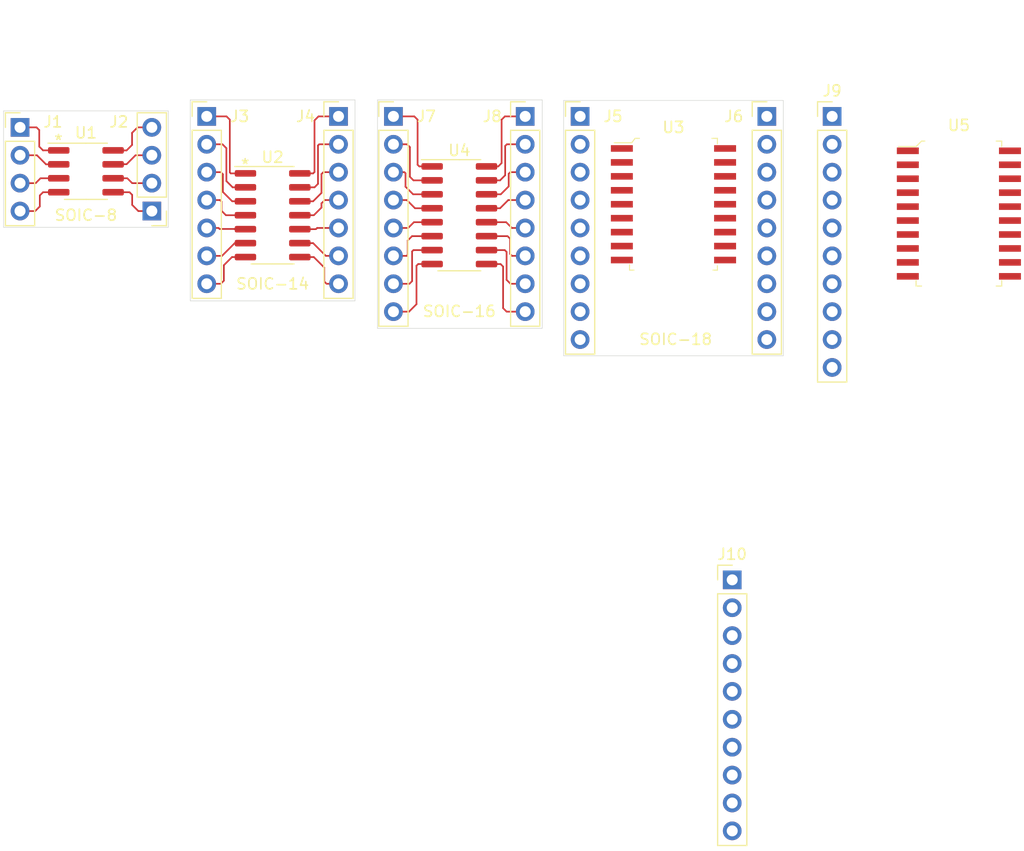
<source format=kicad_pcb>
(kicad_pcb (version 20171130) (host pcbnew "(5.1.5)-3")

  (general
    (thickness 1.6)
    (drawings 32)
    (tracks 184)
    (zones 0)
    (modules 15)
    (nets 77)
  )

  (page A4)
  (layers
    (0 F.Cu signal)
    (31 B.Cu signal)
    (32 B.Adhes user)
    (33 F.Adhes user)
    (34 B.Paste user)
    (35 F.Paste user)
    (36 B.SilkS user)
    (37 F.SilkS user)
    (38 B.Mask user)
    (39 F.Mask user)
    (40 Dwgs.User user)
    (41 Cmts.User user)
    (42 Eco1.User user)
    (43 Eco2.User user)
    (44 Edge.Cuts user)
    (45 Margin user)
    (46 B.CrtYd user)
    (47 F.CrtYd user)
    (48 B.Fab user)
    (49 F.Fab user hide)
  )

  (setup
    (last_trace_width 0.1524)
    (trace_clearance 0.1524)
    (zone_clearance 0.508)
    (zone_45_only no)
    (trace_min 0.1524)
    (via_size 0.6)
    (via_drill 0.3)
    (via_min_size 0.6)
    (via_min_drill 0.3)
    (uvia_size 0.3)
    (uvia_drill 0.1)
    (uvias_allowed no)
    (uvia_min_size 0.2)
    (uvia_min_drill 0.1)
    (edge_width 0.05)
    (segment_width 0.2)
    (pcb_text_width 0.3)
    (pcb_text_size 1.5 1.5)
    (mod_edge_width 0.12)
    (mod_text_size 1 1)
    (mod_text_width 0.15)
    (pad_size 1.524 1.524)
    (pad_drill 0.762)
    (pad_to_mask_clearance 0.051)
    (solder_mask_min_width 0.25)
    (aux_axis_origin 0 0)
    (visible_elements 7FFDFFFF)
    (pcbplotparams
      (layerselection 0x010f0_ffffffff)
      (usegerberextensions true)
      (usegerberattributes false)
      (usegerberadvancedattributes false)
      (creategerberjobfile false)
      (excludeedgelayer true)
      (linewidth 0.100000)
      (plotframeref false)
      (viasonmask false)
      (mode 1)
      (useauxorigin true)
      (hpglpennumber 1)
      (hpglpenspeed 20)
      (hpglpendiameter 15.000000)
      (psnegative false)
      (psa4output false)
      (plotreference true)
      (plotvalue false)
      (plotinvisibletext false)
      (padsonsilk false)
      (subtractmaskfromsilk false)
      (outputformat 1)
      (mirror false)
      (drillshape 0)
      (scaleselection 1)
      (outputdirectory "panel/"))
  )

  (net 0 "")
  (net 1 /8-4)
  (net 2 /8-3)
  (net 3 /8-2)
  (net 4 /8-1)
  (net 5 /8-8)
  (net 6 /8-7)
  (net 7 /8-6)
  (net 8 /8-5)
  (net 9 /14-7)
  (net 10 /14-6)
  (net 11 /14-5)
  (net 12 /14-4)
  (net 13 /14-3)
  (net 14 /14-2)
  (net 15 /14-1)
  (net 16 /14-8)
  (net 17 /14-9)
  (net 18 /14-10)
  (net 19 /14-11)
  (net 20 /14-12)
  (net 21 /14-13)
  (net 22 /14-14)
  (net 23 /18-9)
  (net 24 /18-8)
  (net 25 /18-7)
  (net 26 /18-6)
  (net 27 /18-5)
  (net 28 /18-4)
  (net 29 /18-3)
  (net 30 /18-2)
  (net 31 /18-1)
  (net 32 /18-10)
  (net 33 /18-11)
  (net 34 /18-12)
  (net 35 /18-13)
  (net 36 /18-14)
  (net 37 /18-15)
  (net 38 /18-16)
  (net 39 /18-17)
  (net 40 /18-18)
  (net 41 /16-8)
  (net 42 /16-7)
  (net 43 /16-6)
  (net 44 /16-5)
  (net 45 /16-4)
  (net 46 /16-3)
  (net 47 /16-2)
  (net 48 /16-1)
  (net 49 /16-9)
  (net 50 /16-10)
  (net 51 /16-11)
  (net 52 /16-12)
  (net 53 /16-13)
  (net 54 /16-14)
  (net 55 /16-15)
  (net 56 /16-16)
  (net 57 /20-10)
  (net 58 /20-9)
  (net 59 /20-8)
  (net 60 /20-7)
  (net 61 /20-6)
  (net 62 /20-5)
  (net 63 /20-4)
  (net 64 /20-3)
  (net 65 /20-2)
  (net 66 /20-1)
  (net 67 /20-20)
  (net 68 /20-19)
  (net 69 /20-18)
  (net 70 /20-17)
  (net 71 /20-16)
  (net 72 /20-15)
  (net 73 /20-14)
  (net 74 /20-13)
  (net 75 /20-12)
  (net 76 /20-11)

  (net_class Default "This is the default net class."
    (clearance 0.1524)
    (trace_width 0.1524)
    (via_dia 0.6)
    (via_drill 0.3)
    (uvia_dia 0.3)
    (uvia_drill 0.1)
    (add_net /14-1)
    (add_net /14-10)
    (add_net /14-11)
    (add_net /14-12)
    (add_net /14-13)
    (add_net /14-14)
    (add_net /14-2)
    (add_net /14-3)
    (add_net /14-4)
    (add_net /14-5)
    (add_net /14-6)
    (add_net /14-7)
    (add_net /14-8)
    (add_net /14-9)
    (add_net /16-1)
    (add_net /16-10)
    (add_net /16-11)
    (add_net /16-12)
    (add_net /16-13)
    (add_net /16-14)
    (add_net /16-15)
    (add_net /16-16)
    (add_net /16-2)
    (add_net /16-3)
    (add_net /16-4)
    (add_net /16-5)
    (add_net /16-6)
    (add_net /16-7)
    (add_net /16-8)
    (add_net /16-9)
    (add_net /18-1)
    (add_net /18-10)
    (add_net /18-11)
    (add_net /18-12)
    (add_net /18-13)
    (add_net /18-14)
    (add_net /18-15)
    (add_net /18-16)
    (add_net /18-17)
    (add_net /18-18)
    (add_net /18-2)
    (add_net /18-3)
    (add_net /18-4)
    (add_net /18-5)
    (add_net /18-6)
    (add_net /18-7)
    (add_net /18-8)
    (add_net /18-9)
    (add_net /20-1)
    (add_net /20-10)
    (add_net /20-11)
    (add_net /20-12)
    (add_net /20-13)
    (add_net /20-14)
    (add_net /20-15)
    (add_net /20-16)
    (add_net /20-17)
    (add_net /20-18)
    (add_net /20-19)
    (add_net /20-2)
    (add_net /20-20)
    (add_net /20-3)
    (add_net /20-4)
    (add_net /20-5)
    (add_net /20-6)
    (add_net /20-7)
    (add_net /20-8)
    (add_net /20-9)
    (add_net /8-1)
    (add_net /8-2)
    (add_net /8-3)
    (add_net /8-4)
    (add_net /8-5)
    (add_net /8-6)
    (add_net /8-7)
    (add_net /8-8)
  )

  (module digikey-footprints:SOIC-20_W7.5mm (layer F.Cu) (tedit 5D28A5B7) (tstamp 5F2B59B5)
    (at 170.7896 82.55)
    (path /5F3860CE)
    (attr smd)
    (fp_text reference U5 (at 0 -8.03) (layer F.SilkS)
      (effects (font (size 1 1) (thickness 0.15)))
    )
    (fp_text value SOIC-20 (at 0 8.31) (layer F.Fab)
      (effects (font (size 1 1) (thickness 0.15)))
    )
    (fp_line (start 3.75 -6.5) (end 3.75 6.5) (layer F.Fab) (width 0.1))
    (fp_line (start 3.75 6.5) (end -3.75 6.5) (layer F.Fab) (width 0.1))
    (fp_line (start -3.9 -6.1) (end -5.5 -6.1) (layer F.SilkS) (width 0.1))
    (fp_line (start 3.9 -6.6) (end 3.4 -6.6) (layer F.SilkS) (width 0.1))
    (fp_line (start 3.9 -6.6) (end 3.9 -6.1) (layer F.SilkS) (width 0.1))
    (fp_line (start 3.9 6.6) (end 3.9 6.1) (layer F.SilkS) (width 0.1))
    (fp_line (start 3.9 6.6) (end 3.4 6.6) (layer F.SilkS) (width 0.1))
    (fp_line (start -3.9 6.6) (end -3.4 6.6) (layer F.SilkS) (width 0.1))
    (fp_line (start -3.9 6.6) (end -3.9 6.1) (layer F.SilkS) (width 0.1))
    (fp_text user %R (at 0 0) (layer F.Fab)
      (effects (font (size 1 1) (thickness 0.15)))
    )
    (fp_line (start 5.91 -6.75) (end 5.91 6.75) (layer F.CrtYd) (width 0.05))
    (fp_line (start 5.91 -6.75) (end -5.91 -6.75) (layer F.CrtYd) (width 0.05))
    (fp_line (start 5.91 6.75) (end -5.91 6.75) (layer F.CrtYd) (width 0.05))
    (fp_line (start -5.91 -6.75) (end -5.91 6.75) (layer F.CrtYd) (width 0.05))
    (fp_line (start -3.35 -6.5) (end -3.75 -6.1) (layer F.Fab) (width 0.1))
    (fp_line (start -3.35 -6.5) (end 3.75 -6.5) (layer F.Fab) (width 0.1))
    (fp_line (start -3.75 -6.1) (end -3.75 6.5) (layer F.Fab) (width 0.1))
    (fp_line (start -3.4 -6.6) (end -3.9 -6.1) (layer F.SilkS) (width 0.1))
    (fp_line (start -3.1 -6.6) (end -3.4 -6.6) (layer F.SilkS) (width 0.1))
    (pad 20 smd rect (at 4.65 -5.715) (size 2 0.6) (layers F.Cu F.Paste F.Mask)
      (net 67 /20-20))
    (pad 19 smd rect (at 4.65 -4.445) (size 2 0.6) (layers F.Cu F.Paste F.Mask)
      (net 68 /20-19))
    (pad 18 smd rect (at 4.65 -3.175) (size 2 0.6) (layers F.Cu F.Paste F.Mask)
      (net 69 /20-18))
    (pad 17 smd rect (at 4.65 -1.905) (size 2 0.6) (layers F.Cu F.Paste F.Mask)
      (net 70 /20-17))
    (pad 16 smd rect (at 4.65 -0.635) (size 2 0.6) (layers F.Cu F.Paste F.Mask)
      (net 71 /20-16))
    (pad 15 smd rect (at 4.65 0.635) (size 2 0.6) (layers F.Cu F.Paste F.Mask)
      (net 72 /20-15))
    (pad 14 smd rect (at 4.65 1.905) (size 2 0.6) (layers F.Cu F.Paste F.Mask)
      (net 73 /20-14))
    (pad 13 smd rect (at 4.65 3.175) (size 2 0.6) (layers F.Cu F.Paste F.Mask)
      (net 74 /20-13))
    (pad 12 smd rect (at 4.65 4.445) (size 2 0.6) (layers F.Cu F.Paste F.Mask)
      (net 75 /20-12))
    (pad 11 smd rect (at 4.65 5.715) (size 2 0.6) (layers F.Cu F.Paste F.Mask)
      (net 76 /20-11))
    (pad 10 smd rect (at -4.65 5.715) (size 2 0.6) (layers F.Cu F.Paste F.Mask)
      (net 57 /20-10))
    (pad 9 smd rect (at -4.65 4.445) (size 2 0.6) (layers F.Cu F.Paste F.Mask)
      (net 58 /20-9))
    (pad 8 smd rect (at -4.65 3.175) (size 2 0.6) (layers F.Cu F.Paste F.Mask)
      (net 59 /20-8))
    (pad 7 smd rect (at -4.65 1.905) (size 2 0.6) (layers F.Cu F.Paste F.Mask)
      (net 60 /20-7))
    (pad 6 smd rect (at -4.65 0.635) (size 2 0.6) (layers F.Cu F.Paste F.Mask)
      (net 61 /20-6))
    (pad 5 smd rect (at -4.65 -0.635) (size 2 0.6) (layers F.Cu F.Paste F.Mask)
      (net 62 /20-5))
    (pad 4 smd rect (at -4.65 -1.905) (size 2 0.6) (layers F.Cu F.Paste F.Mask)
      (net 63 /20-4))
    (pad 3 smd rect (at -4.65 -3.175) (size 2 0.6) (layers F.Cu F.Paste F.Mask)
      (net 64 /20-3))
    (pad 2 smd rect (at -4.65 -4.445) (size 2 0.6) (layers F.Cu F.Paste F.Mask)
      (net 65 /20-2))
    (pad 1 smd rect (at -4.65 -5.715) (size 2 0.6) (layers F.Cu F.Paste F.Mask)
      (net 66 /20-1))
  )

  (module Connector_PinHeader_2.54mm:PinHeader_1x10_P2.54mm_Vertical (layer F.Cu) (tedit 59FED5CC) (tstamp 5F2B58E9)
    (at 159.25 73.7)
    (descr "Through hole straight pin header, 1x10, 2.54mm pitch, single row")
    (tags "Through hole pin header THT 1x10 2.54mm single row")
    (path /5F38A70F)
    (fp_text reference J9 (at 0 -2.33) (layer F.SilkS)
      (effects (font (size 1 1) (thickness 0.15)))
    )
    (fp_text value Conn_01x10 (at 0 25.19) (layer F.Fab)
      (effects (font (size 1 1) (thickness 0.15)))
    )
    (fp_text user %R (at 0 11.43 90) (layer F.Fab)
      (effects (font (size 1 1) (thickness 0.15)))
    )
    (fp_line (start 1.8 -1.8) (end -1.8 -1.8) (layer F.CrtYd) (width 0.05))
    (fp_line (start 1.8 24.65) (end 1.8 -1.8) (layer F.CrtYd) (width 0.05))
    (fp_line (start -1.8 24.65) (end 1.8 24.65) (layer F.CrtYd) (width 0.05))
    (fp_line (start -1.8 -1.8) (end -1.8 24.65) (layer F.CrtYd) (width 0.05))
    (fp_line (start -1.33 -1.33) (end 0 -1.33) (layer F.SilkS) (width 0.12))
    (fp_line (start -1.33 0) (end -1.33 -1.33) (layer F.SilkS) (width 0.12))
    (fp_line (start -1.33 1.27) (end 1.33 1.27) (layer F.SilkS) (width 0.12))
    (fp_line (start 1.33 1.27) (end 1.33 24.19) (layer F.SilkS) (width 0.12))
    (fp_line (start -1.33 1.27) (end -1.33 24.19) (layer F.SilkS) (width 0.12))
    (fp_line (start -1.33 24.19) (end 1.33 24.19) (layer F.SilkS) (width 0.12))
    (fp_line (start -1.27 -0.635) (end -0.635 -1.27) (layer F.Fab) (width 0.1))
    (fp_line (start -1.27 24.13) (end -1.27 -0.635) (layer F.Fab) (width 0.1))
    (fp_line (start 1.27 24.13) (end -1.27 24.13) (layer F.Fab) (width 0.1))
    (fp_line (start 1.27 -1.27) (end 1.27 24.13) (layer F.Fab) (width 0.1))
    (fp_line (start -0.635 -1.27) (end 1.27 -1.27) (layer F.Fab) (width 0.1))
    (pad 10 thru_hole oval (at 0 22.86) (size 1.7 1.7) (drill 1) (layers *.Cu *.Mask)
      (net 57 /20-10))
    (pad 9 thru_hole oval (at 0 20.32) (size 1.7 1.7) (drill 1) (layers *.Cu *.Mask)
      (net 58 /20-9))
    (pad 8 thru_hole oval (at 0 17.78) (size 1.7 1.7) (drill 1) (layers *.Cu *.Mask)
      (net 59 /20-8))
    (pad 7 thru_hole oval (at 0 15.24) (size 1.7 1.7) (drill 1) (layers *.Cu *.Mask)
      (net 60 /20-7))
    (pad 6 thru_hole oval (at 0 12.7) (size 1.7 1.7) (drill 1) (layers *.Cu *.Mask)
      (net 61 /20-6))
    (pad 5 thru_hole oval (at 0 10.16) (size 1.7 1.7) (drill 1) (layers *.Cu *.Mask)
      (net 62 /20-5))
    (pad 4 thru_hole oval (at 0 7.62) (size 1.7 1.7) (drill 1) (layers *.Cu *.Mask)
      (net 63 /20-4))
    (pad 3 thru_hole oval (at 0 5.08) (size 1.7 1.7) (drill 1) (layers *.Cu *.Mask)
      (net 64 /20-3))
    (pad 2 thru_hole oval (at 0 2.54) (size 1.7 1.7) (drill 1) (layers *.Cu *.Mask)
      (net 65 /20-2))
    (pad 1 thru_hole rect (at 0 0) (size 1.7 1.7) (drill 1) (layers *.Cu *.Mask)
      (net 66 /20-1))
    (model ${KISYS3DMOD}/Connector_PinHeader_2.54mm.3dshapes/PinHeader_1x10_P2.54mm_Vertical.wrl
      (at (xyz 0 0 0))
      (scale (xyz 1 1 1))
      (rotate (xyz 0 0 0))
    )
  )

  (module Connector_PinHeader_2.54mm:PinHeader_1x09_P2.54mm_Vertical (layer F.Cu) (tedit 59FED5CC) (tstamp 5F2B5893)
    (at 153.3 73.7)
    (descr "Through hole straight pin header, 1x09, 2.54mm pitch, single row")
    (tags "Through hole pin header THT 1x09 2.54mm single row")
    (path /5F38999B)
    (fp_text reference J6 (at -3 0) (layer F.SilkS)
      (effects (font (size 1 1) (thickness 0.15)))
    )
    (fp_text value Conn_01x09 (at 0 22.65) (layer F.Fab)
      (effects (font (size 1 1) (thickness 0.15)))
    )
    (fp_text user %R (at 0 10.16 90) (layer F.Fab)
      (effects (font (size 1 1) (thickness 0.15)))
    )
    (fp_line (start 1.8 -1.8) (end -1.8 -1.8) (layer F.CrtYd) (width 0.05))
    (fp_line (start 1.8 22.1) (end 1.8 -1.8) (layer F.CrtYd) (width 0.05))
    (fp_line (start -1.8 22.1) (end 1.8 22.1) (layer F.CrtYd) (width 0.05))
    (fp_line (start -1.8 -1.8) (end -1.8 22.1) (layer F.CrtYd) (width 0.05))
    (fp_line (start -1.33 -1.33) (end 0 -1.33) (layer F.SilkS) (width 0.12))
    (fp_line (start -1.33 0) (end -1.33 -1.33) (layer F.SilkS) (width 0.12))
    (fp_line (start -1.33 1.27) (end 1.33 1.27) (layer F.SilkS) (width 0.12))
    (fp_line (start 1.33 1.27) (end 1.33 21.65) (layer F.SilkS) (width 0.12))
    (fp_line (start -1.33 1.27) (end -1.33 21.65) (layer F.SilkS) (width 0.12))
    (fp_line (start -1.33 21.65) (end 1.33 21.65) (layer F.SilkS) (width 0.12))
    (fp_line (start -1.27 -0.635) (end -0.635 -1.27) (layer F.Fab) (width 0.1))
    (fp_line (start -1.27 21.59) (end -1.27 -0.635) (layer F.Fab) (width 0.1))
    (fp_line (start 1.27 21.59) (end -1.27 21.59) (layer F.Fab) (width 0.1))
    (fp_line (start 1.27 -1.27) (end 1.27 21.59) (layer F.Fab) (width 0.1))
    (fp_line (start -0.635 -1.27) (end 1.27 -1.27) (layer F.Fab) (width 0.1))
    (pad 9 thru_hole oval (at 0 20.32) (size 1.7 1.7) (drill 1) (layers *.Cu *.Mask)
      (net 32 /18-10))
    (pad 8 thru_hole oval (at 0 17.78) (size 1.7 1.7) (drill 1) (layers *.Cu *.Mask)
      (net 33 /18-11))
    (pad 7 thru_hole oval (at 0 15.24) (size 1.7 1.7) (drill 1) (layers *.Cu *.Mask)
      (net 34 /18-12))
    (pad 6 thru_hole oval (at 0 12.7) (size 1.7 1.7) (drill 1) (layers *.Cu *.Mask)
      (net 35 /18-13))
    (pad 5 thru_hole oval (at 0 10.16) (size 1.7 1.7) (drill 1) (layers *.Cu *.Mask)
      (net 36 /18-14))
    (pad 4 thru_hole oval (at 0 7.62) (size 1.7 1.7) (drill 1) (layers *.Cu *.Mask)
      (net 37 /18-15))
    (pad 3 thru_hole oval (at 0 5.08) (size 1.7 1.7) (drill 1) (layers *.Cu *.Mask)
      (net 38 /18-16))
    (pad 2 thru_hole oval (at 0 2.54) (size 1.7 1.7) (drill 1) (layers *.Cu *.Mask)
      (net 39 /18-17))
    (pad 1 thru_hole rect (at 0 0) (size 1.7 1.7) (drill 1) (layers *.Cu *.Mask)
      (net 40 /18-18))
    (model ${KISYS3DMOD}/Connector_PinHeader_2.54mm.3dshapes/PinHeader_1x09_P2.54mm_Vertical.wrl
      (at (xyz 0 0 0))
      (scale (xyz 1 1 1))
      (rotate (xyz 0 0 0))
    )
  )

  (module digikey-footprints:SOIC-18_W7.5mm (layer F.Cu) (tedit 5D28A5AF) (tstamp 5F2B5968)
    (at 144.8 81.7 270)
    (descr http://www.ti.com/lit/ds/symlink/uln2803a.pdf)
    (path /5F38547A)
    (attr smd)
    (fp_text reference U3 (at -7 0 180) (layer F.SilkS)
      (effects (font (size 1 1) (thickness 0.15)))
    )
    (fp_text value SOIC-18 (at 0 7.7 90) (layer F.Fab)
      (effects (font (size 1 1) (thickness 0.15)))
    )
    (fp_line (start 5.775 -3.75) (end 5.775 3.75) (layer F.Fab) (width 0.1))
    (fp_line (start -5.78 -3.75) (end 5.77 -3.75) (layer F.Fab) (width 0.1))
    (fp_text user REF** (at 0 0 90) (layer F.Fab)
      (effects (font (size 1 1) (thickness 0.1)))
    )
    (fp_line (start 6 -4) (end 6 -3.6) (layer F.SilkS) (width 0.1))
    (fp_line (start 5.6 -4) (end 6 -4) (layer F.SilkS) (width 0.1))
    (fp_line (start 6 4) (end 6 3.6) (layer F.SilkS) (width 0.1))
    (fp_line (start 5.5 4) (end 6 4) (layer F.SilkS) (width 0.1))
    (fp_line (start -6 -4) (end -6 -3.5) (layer F.SilkS) (width 0.1))
    (fp_line (start -5.5 -4) (end -6 -4) (layer F.SilkS) (width 0.1))
    (fp_line (start -5.26 3.75) (end 5.77 3.75) (layer F.Fab) (width 0.1))
    (fp_line (start -5.77 3.3) (end -5.26 3.75) (layer F.Fab) (width 0.1))
    (fp_line (start -5.775 -3.75) (end -5.775 3.3) (layer F.Fab) (width 0.1))
    (fp_line (start -5.6 3.8) (end -5.6 5.4) (layer F.SilkS) (width 0.1))
    (fp_line (start -6 3.5) (end -5.6 3.8) (layer F.SilkS) (width 0.1))
    (fp_line (start -6 3.1) (end -6 3.5) (layer F.SilkS) (width 0.1))
    (fp_line (start -6.03 -5.95) (end -6.03 5.95) (layer F.CrtYd) (width 0.05))
    (fp_line (start 6.03 -5.95) (end 6.03 5.95) (layer F.CrtYd) (width 0.05))
    (fp_line (start -6.03 5.95) (end 6.03 5.95) (layer F.CrtYd) (width 0.05))
    (fp_line (start -6.03 -5.95) (end 6.03 -5.95) (layer F.CrtYd) (width 0.05))
    (pad 18 smd rect (at -5.08 -4.7 270) (size 0.6 2) (layers F.Cu F.Paste F.Mask)
      (net 40 /18-18) (solder_mask_margin 0.07))
    (pad 17 smd rect (at -3.81 -4.7 270) (size 0.6 2) (layers F.Cu F.Paste F.Mask)
      (net 39 /18-17) (solder_mask_margin 0.07))
    (pad 16 smd rect (at -2.54 -4.7 270) (size 0.6 2) (layers F.Cu F.Paste F.Mask)
      (net 38 /18-16) (solder_mask_margin 0.07))
    (pad 15 smd rect (at -1.27 -4.7 270) (size 0.6 2) (layers F.Cu F.Paste F.Mask)
      (net 37 /18-15) (solder_mask_margin 0.07))
    (pad 14 smd rect (at 0 -4.7 270) (size 0.6 2) (layers F.Cu F.Paste F.Mask)
      (net 36 /18-14) (solder_mask_margin 0.07))
    (pad 13 smd rect (at 1.27 -4.7 270) (size 0.6 2) (layers F.Cu F.Paste F.Mask)
      (net 35 /18-13) (solder_mask_margin 0.07))
    (pad 12 smd rect (at 2.54 -4.7 270) (size 0.6 2) (layers F.Cu F.Paste F.Mask)
      (net 34 /18-12) (solder_mask_margin 0.07))
    (pad 11 smd rect (at 3.81 -4.7 270) (size 0.6 2) (layers F.Cu F.Paste F.Mask)
      (net 33 /18-11) (solder_mask_margin 0.07))
    (pad 10 smd rect (at 5.08 -4.7 270) (size 0.6 2) (layers F.Cu F.Paste F.Mask)
      (net 32 /18-10) (solder_mask_margin 0.07))
    (pad 9 smd rect (at 5.08 4.7 270) (size 0.6 2) (layers F.Cu F.Paste F.Mask)
      (net 23 /18-9) (solder_mask_margin 0.07))
    (pad 8 smd rect (at 3.81 4.7 270) (size 0.6 2) (layers F.Cu F.Paste F.Mask)
      (net 24 /18-8) (solder_mask_margin 0.07))
    (pad 7 smd rect (at 2.54 4.7 270) (size 0.6 2) (layers F.Cu F.Paste F.Mask)
      (net 25 /18-7) (solder_mask_margin 0.07))
    (pad 6 smd rect (at 1.27 4.7 270) (size 0.6 2) (layers F.Cu F.Paste F.Mask)
      (net 26 /18-6) (solder_mask_margin 0.07))
    (pad 5 smd rect (at 0 4.7 270) (size 0.6 2) (layers F.Cu F.Paste F.Mask)
      (net 27 /18-5) (solder_mask_margin 0.07))
    (pad 4 smd rect (at -1.27 4.7 270) (size 0.6 2) (layers F.Cu F.Paste F.Mask)
      (net 28 /18-4) (solder_mask_margin 0.07))
    (pad 3 smd rect (at -2.54 4.7 270) (size 0.6 2) (layers F.Cu F.Paste F.Mask)
      (net 29 /18-3) (solder_mask_margin 0.07))
    (pad 2 smd rect (at -3.81 4.7 270) (size 0.6 2) (layers F.Cu F.Paste F.Mask)
      (net 30 /18-2) (solder_mask_margin 0.07))
    (pad 1 smd rect (at -5.08 4.7 270) (size 0.6 2) (layers F.Cu F.Paste F.Mask)
      (net 31 /18-1) (solder_mask_margin 0.07))
  )

  (module Connector_PinHeader_2.54mm:PinHeader_1x10_P2.54mm_Vertical (layer F.Cu) (tedit 59FED5CC) (tstamp 5F2B5907)
    (at 150.15 115.9)
    (descr "Through hole straight pin header, 1x10, 2.54mm pitch, single row")
    (tags "Through hole pin header THT 1x10 2.54mm single row")
    (path /5F38EE8B)
    (fp_text reference J10 (at 0 -2.33) (layer F.SilkS)
      (effects (font (size 1 1) (thickness 0.15)))
    )
    (fp_text value Conn_01x10 (at 0 25.19) (layer F.Fab)
      (effects (font (size 1 1) (thickness 0.15)))
    )
    (fp_text user %R (at 0 11.43 90) (layer F.Fab)
      (effects (font (size 1 1) (thickness 0.15)))
    )
    (fp_line (start 1.8 -1.8) (end -1.8 -1.8) (layer F.CrtYd) (width 0.05))
    (fp_line (start 1.8 24.65) (end 1.8 -1.8) (layer F.CrtYd) (width 0.05))
    (fp_line (start -1.8 24.65) (end 1.8 24.65) (layer F.CrtYd) (width 0.05))
    (fp_line (start -1.8 -1.8) (end -1.8 24.65) (layer F.CrtYd) (width 0.05))
    (fp_line (start -1.33 -1.33) (end 0 -1.33) (layer F.SilkS) (width 0.12))
    (fp_line (start -1.33 0) (end -1.33 -1.33) (layer F.SilkS) (width 0.12))
    (fp_line (start -1.33 1.27) (end 1.33 1.27) (layer F.SilkS) (width 0.12))
    (fp_line (start 1.33 1.27) (end 1.33 24.19) (layer F.SilkS) (width 0.12))
    (fp_line (start -1.33 1.27) (end -1.33 24.19) (layer F.SilkS) (width 0.12))
    (fp_line (start -1.33 24.19) (end 1.33 24.19) (layer F.SilkS) (width 0.12))
    (fp_line (start -1.27 -0.635) (end -0.635 -1.27) (layer F.Fab) (width 0.1))
    (fp_line (start -1.27 24.13) (end -1.27 -0.635) (layer F.Fab) (width 0.1))
    (fp_line (start 1.27 24.13) (end -1.27 24.13) (layer F.Fab) (width 0.1))
    (fp_line (start 1.27 -1.27) (end 1.27 24.13) (layer F.Fab) (width 0.1))
    (fp_line (start -0.635 -1.27) (end 1.27 -1.27) (layer F.Fab) (width 0.1))
    (pad 10 thru_hole oval (at 0 22.86) (size 1.7 1.7) (drill 1) (layers *.Cu *.Mask)
      (net 67 /20-20))
    (pad 9 thru_hole oval (at 0 20.32) (size 1.7 1.7) (drill 1) (layers *.Cu *.Mask)
      (net 68 /20-19))
    (pad 8 thru_hole oval (at 0 17.78) (size 1.7 1.7) (drill 1) (layers *.Cu *.Mask)
      (net 69 /20-18))
    (pad 7 thru_hole oval (at 0 15.24) (size 1.7 1.7) (drill 1) (layers *.Cu *.Mask)
      (net 70 /20-17))
    (pad 6 thru_hole oval (at 0 12.7) (size 1.7 1.7) (drill 1) (layers *.Cu *.Mask)
      (net 71 /20-16))
    (pad 5 thru_hole oval (at 0 10.16) (size 1.7 1.7) (drill 1) (layers *.Cu *.Mask)
      (net 72 /20-15))
    (pad 4 thru_hole oval (at 0 7.62) (size 1.7 1.7) (drill 1) (layers *.Cu *.Mask)
      (net 73 /20-14))
    (pad 3 thru_hole oval (at 0 5.08) (size 1.7 1.7) (drill 1) (layers *.Cu *.Mask)
      (net 74 /20-13))
    (pad 2 thru_hole oval (at 0 2.54) (size 1.7 1.7) (drill 1) (layers *.Cu *.Mask)
      (net 75 /20-12))
    (pad 1 thru_hole rect (at 0 0) (size 1.7 1.7) (drill 1) (layers *.Cu *.Mask)
      (net 76 /20-11))
    (model ${KISYS3DMOD}/Connector_PinHeader_2.54mm.3dshapes/PinHeader_1x10_P2.54mm_Vertical.wrl
      (at (xyz 0 0 0))
      (scale (xyz 1 1 1))
      (rotate (xyz 0 0 0))
    )
  )

  (module Connector_PinHeader_2.54mm:PinHeader_1x09_P2.54mm_Vertical (layer F.Cu) (tedit 59FED5CC) (tstamp 5F2B5876)
    (at 136.3 73.7)
    (descr "Through hole straight pin header, 1x09, 2.54mm pitch, single row")
    (tags "Through hole pin header THT 1x09 2.54mm single row")
    (path /5F3881E6)
    (fp_text reference J5 (at 3 0) (layer F.SilkS)
      (effects (font (size 1 1) (thickness 0.15)))
    )
    (fp_text value Conn_01x09 (at 0 22.65) (layer F.Fab)
      (effects (font (size 1 1) (thickness 0.15)))
    )
    (fp_text user %R (at 0 10.16 90) (layer F.Fab)
      (effects (font (size 1 1) (thickness 0.15)))
    )
    (fp_line (start 1.8 -1.8) (end -1.8 -1.8) (layer F.CrtYd) (width 0.05))
    (fp_line (start 1.8 22.1) (end 1.8 -1.8) (layer F.CrtYd) (width 0.05))
    (fp_line (start -1.8 22.1) (end 1.8 22.1) (layer F.CrtYd) (width 0.05))
    (fp_line (start -1.8 -1.8) (end -1.8 22.1) (layer F.CrtYd) (width 0.05))
    (fp_line (start -1.33 -1.33) (end 0 -1.33) (layer F.SilkS) (width 0.12))
    (fp_line (start -1.33 0) (end -1.33 -1.33) (layer F.SilkS) (width 0.12))
    (fp_line (start -1.33 1.27) (end 1.33 1.27) (layer F.SilkS) (width 0.12))
    (fp_line (start 1.33 1.27) (end 1.33 21.65) (layer F.SilkS) (width 0.12))
    (fp_line (start -1.33 1.27) (end -1.33 21.65) (layer F.SilkS) (width 0.12))
    (fp_line (start -1.33 21.65) (end 1.33 21.65) (layer F.SilkS) (width 0.12))
    (fp_line (start -1.27 -0.635) (end -0.635 -1.27) (layer F.Fab) (width 0.1))
    (fp_line (start -1.27 21.59) (end -1.27 -0.635) (layer F.Fab) (width 0.1))
    (fp_line (start 1.27 21.59) (end -1.27 21.59) (layer F.Fab) (width 0.1))
    (fp_line (start 1.27 -1.27) (end 1.27 21.59) (layer F.Fab) (width 0.1))
    (fp_line (start -0.635 -1.27) (end 1.27 -1.27) (layer F.Fab) (width 0.1))
    (pad 9 thru_hole oval (at 0 20.32) (size 1.7 1.7) (drill 1) (layers *.Cu *.Mask)
      (net 23 /18-9))
    (pad 8 thru_hole oval (at 0 17.78) (size 1.7 1.7) (drill 1) (layers *.Cu *.Mask)
      (net 24 /18-8))
    (pad 7 thru_hole oval (at 0 15.24) (size 1.7 1.7) (drill 1) (layers *.Cu *.Mask)
      (net 25 /18-7))
    (pad 6 thru_hole oval (at 0 12.7) (size 1.7 1.7) (drill 1) (layers *.Cu *.Mask)
      (net 26 /18-6))
    (pad 5 thru_hole oval (at 0 10.16) (size 1.7 1.7) (drill 1) (layers *.Cu *.Mask)
      (net 27 /18-5))
    (pad 4 thru_hole oval (at 0 7.62) (size 1.7 1.7) (drill 1) (layers *.Cu *.Mask)
      (net 28 /18-4))
    (pad 3 thru_hole oval (at 0 5.08) (size 1.7 1.7) (drill 1) (layers *.Cu *.Mask)
      (net 29 /18-3))
    (pad 2 thru_hole oval (at 0 2.54) (size 1.7 1.7) (drill 1) (layers *.Cu *.Mask)
      (net 30 /18-2))
    (pad 1 thru_hole rect (at 0 0) (size 1.7 1.7) (drill 1) (layers *.Cu *.Mask)
      (net 31 /18-1))
    (model ${KISYS3DMOD}/Connector_PinHeader_2.54mm.3dshapes/PinHeader_1x09_P2.54mm_Vertical.wrl
      (at (xyz 0 0 0))
      (scale (xyz 1 1 1))
      (rotate (xyz 0 0 0))
    )
  )

  (module Package_SO:SOIC-14_3.9x8.7mm_P1.27mm (layer F.Cu) (tedit 5D9F72B1) (tstamp 5F2B3B28)
    (at 108.3 82.7)
    (descr "SOIC, 14 Pin (JEDEC MS-012AB, https://www.analog.com/media/en/package-pcb-resources/package/pkg_pdf/soic_narrow-r/r_14.pdf), generated with kicad-footprint-generator ipc_gullwing_generator.py")
    (tags "SOIC SO")
    (path /5F2EEE61)
    (attr smd)
    (fp_text reference U2 (at 0 -5.28) (layer F.SilkS)
      (effects (font (size 1 1) (thickness 0.15)))
    )
    (fp_text value SOIC-14 (at 0 5.28) (layer F.Fab)
      (effects (font (size 1 1) (thickness 0.15)))
    )
    (fp_text user %R (at 0 0) (layer F.Fab)
      (effects (font (size 0.98 0.98) (thickness 0.15)))
    )
    (fp_line (start 3.7 -4.58) (end -3.7 -4.58) (layer F.CrtYd) (width 0.05))
    (fp_line (start 3.7 4.58) (end 3.7 -4.58) (layer F.CrtYd) (width 0.05))
    (fp_line (start -3.7 4.58) (end 3.7 4.58) (layer F.CrtYd) (width 0.05))
    (fp_line (start -3.7 -4.58) (end -3.7 4.58) (layer F.CrtYd) (width 0.05))
    (fp_line (start -1.95 -3.35) (end -0.975 -4.325) (layer F.Fab) (width 0.1))
    (fp_line (start -1.95 4.325) (end -1.95 -3.35) (layer F.Fab) (width 0.1))
    (fp_line (start 1.95 4.325) (end -1.95 4.325) (layer F.Fab) (width 0.1))
    (fp_line (start 1.95 -4.325) (end 1.95 4.325) (layer F.Fab) (width 0.1))
    (fp_line (start -0.975 -4.325) (end 1.95 -4.325) (layer F.Fab) (width 0.1))
    (fp_line (start 0 -4.435) (end -3.45 -4.435) (layer F.SilkS) (width 0.12))
    (fp_line (start 0 -4.435) (end 1.95 -4.435) (layer F.SilkS) (width 0.12))
    (fp_line (start 0 4.435) (end -1.95 4.435) (layer F.SilkS) (width 0.12))
    (fp_line (start 0 4.435) (end 1.95 4.435) (layer F.SilkS) (width 0.12))
    (pad 14 smd roundrect (at 2.475 -3.81) (size 1.95 0.6) (layers F.Cu F.Paste F.Mask) (roundrect_rratio 0.25)
      (net 22 /14-14))
    (pad 13 smd roundrect (at 2.475 -2.54) (size 1.95 0.6) (layers F.Cu F.Paste F.Mask) (roundrect_rratio 0.25)
      (net 21 /14-13))
    (pad 12 smd roundrect (at 2.475 -1.27) (size 1.95 0.6) (layers F.Cu F.Paste F.Mask) (roundrect_rratio 0.25)
      (net 20 /14-12))
    (pad 11 smd roundrect (at 2.475 0) (size 1.95 0.6) (layers F.Cu F.Paste F.Mask) (roundrect_rratio 0.25)
      (net 19 /14-11))
    (pad 10 smd roundrect (at 2.475 1.27) (size 1.95 0.6) (layers F.Cu F.Paste F.Mask) (roundrect_rratio 0.25)
      (net 18 /14-10))
    (pad 9 smd roundrect (at 2.475 2.54) (size 1.95 0.6) (layers F.Cu F.Paste F.Mask) (roundrect_rratio 0.25)
      (net 17 /14-9))
    (pad 8 smd roundrect (at 2.475 3.81) (size 1.95 0.6) (layers F.Cu F.Paste F.Mask) (roundrect_rratio 0.25)
      (net 16 /14-8))
    (pad 7 smd roundrect (at -2.475 3.81) (size 1.95 0.6) (layers F.Cu F.Paste F.Mask) (roundrect_rratio 0.25)
      (net 9 /14-7))
    (pad 6 smd roundrect (at -2.475 2.54) (size 1.95 0.6) (layers F.Cu F.Paste F.Mask) (roundrect_rratio 0.25)
      (net 10 /14-6))
    (pad 5 smd roundrect (at -2.475 1.27) (size 1.95 0.6) (layers F.Cu F.Paste F.Mask) (roundrect_rratio 0.25)
      (net 11 /14-5))
    (pad 4 smd roundrect (at -2.475 0) (size 1.95 0.6) (layers F.Cu F.Paste F.Mask) (roundrect_rratio 0.25)
      (net 12 /14-4))
    (pad 3 smd roundrect (at -2.475 -1.27) (size 1.95 0.6) (layers F.Cu F.Paste F.Mask) (roundrect_rratio 0.25)
      (net 13 /14-3))
    (pad 2 smd roundrect (at -2.475 -2.54) (size 1.95 0.6) (layers F.Cu F.Paste F.Mask) (roundrect_rratio 0.25)
      (net 14 /14-2))
    (pad 1 smd roundrect (at -2.475 -3.81) (size 1.95 0.6) (layers F.Cu F.Paste F.Mask) (roundrect_rratio 0.25)
      (net 15 /14-1))
    (model ${KISYS3DMOD}/Package_SO.3dshapes/SOIC-14_3.9x8.7mm_P1.27mm.wrl
      (at (xyz 0 0 0))
      (scale (xyz 1 1 1))
      (rotate (xyz 0 0 0))
    )
  )

  (module Connector_PinHeader_2.54mm:PinHeader_1x04_P2.54mm_Vertical (layer F.Cu) (tedit 59FED5CC) (tstamp 5F2A6CC2)
    (at 85.3 74.7)
    (descr "Through hole straight pin header, 1x04, 2.54mm pitch, single row")
    (tags "Through hole pin header THT 1x04 2.54mm single row")
    (path /5F2DC074)
    (fp_text reference J1 (at 3 -0.5) (layer F.SilkS)
      (effects (font (size 1 1) (thickness 0.15)))
    )
    (fp_text value SOIC-8-Left (at 0 9.95) (layer F.Fab)
      (effects (font (size 1 1) (thickness 0.15)))
    )
    (fp_text user %R (at 0 3.81 90) (layer F.Fab)
      (effects (font (size 1 1) (thickness 0.15)))
    )
    (fp_line (start 1.8 -1.8) (end -1.8 -1.8) (layer F.CrtYd) (width 0.05))
    (fp_line (start 1.8 9.4) (end 1.8 -1.8) (layer F.CrtYd) (width 0.05))
    (fp_line (start -1.8 9.4) (end 1.8 9.4) (layer F.CrtYd) (width 0.05))
    (fp_line (start -1.8 -1.8) (end -1.8 9.4) (layer F.CrtYd) (width 0.05))
    (fp_line (start -1.33 -1.33) (end 0 -1.33) (layer F.SilkS) (width 0.12))
    (fp_line (start -1.33 0) (end -1.33 -1.33) (layer F.SilkS) (width 0.12))
    (fp_line (start -1.33 1.27) (end 1.33 1.27) (layer F.SilkS) (width 0.12))
    (fp_line (start 1.33 1.27) (end 1.33 8.95) (layer F.SilkS) (width 0.12))
    (fp_line (start -1.33 1.27) (end -1.33 8.95) (layer F.SilkS) (width 0.12))
    (fp_line (start -1.33 8.95) (end 1.33 8.95) (layer F.SilkS) (width 0.12))
    (fp_line (start -1.27 -0.635) (end -0.635 -1.27) (layer F.Fab) (width 0.1))
    (fp_line (start -1.27 8.89) (end -1.27 -0.635) (layer F.Fab) (width 0.1))
    (fp_line (start 1.27 8.89) (end -1.27 8.89) (layer F.Fab) (width 0.1))
    (fp_line (start 1.27 -1.27) (end 1.27 8.89) (layer F.Fab) (width 0.1))
    (fp_line (start -0.635 -1.27) (end 1.27 -1.27) (layer F.Fab) (width 0.1))
    (pad 4 thru_hole oval (at 0 7.62) (size 1.7 1.7) (drill 1) (layers *.Cu *.Mask)
      (net 1 /8-4))
    (pad 3 thru_hole oval (at 0 5.08) (size 1.7 1.7) (drill 1) (layers *.Cu *.Mask)
      (net 2 /8-3))
    (pad 2 thru_hole oval (at 0 2.54) (size 1.7 1.7) (drill 1) (layers *.Cu *.Mask)
      (net 3 /8-2))
    (pad 1 thru_hole rect (at 0 0) (size 1.7 1.7) (drill 1) (layers *.Cu *.Mask)
      (net 4 /8-1))
    (model ${KISYS3DMOD}/Connector_PinHeader_2.54mm.3dshapes/PinHeader_1x04_P2.54mm_Vertical.wrl
      (at (xyz 0 0 0))
      (scale (xyz 1 1 1))
      (rotate (xyz 0 0 0))
    )
  )

  (module Connector_PinHeader_2.54mm:PinHeader_1x04_P2.54mm_Vertical (layer F.Cu) (tedit 59FED5CC) (tstamp 5F2A6838)
    (at 97.3 82.32 180)
    (descr "Through hole straight pin header, 1x04, 2.54mm pitch, single row")
    (tags "Through hole pin header THT 1x04 2.54mm single row")
    (path /5F2E04E4)
    (fp_text reference J2 (at 3 8.12) (layer F.SilkS)
      (effects (font (size 1 1) (thickness 0.15)))
    )
    (fp_text value SOIC-8-Right (at 0 9.95) (layer F.Fab)
      (effects (font (size 1 1) (thickness 0.15)))
    )
    (fp_text user %R (at 0 3.81 90) (layer F.Fab)
      (effects (font (size 1 1) (thickness 0.15)))
    )
    (fp_line (start 1.8 -1.8) (end -1.8 -1.8) (layer F.CrtYd) (width 0.05))
    (fp_line (start 1.8 9.4) (end 1.8 -1.8) (layer F.CrtYd) (width 0.05))
    (fp_line (start -1.8 9.4) (end 1.8 9.4) (layer F.CrtYd) (width 0.05))
    (fp_line (start -1.8 -1.8) (end -1.8 9.4) (layer F.CrtYd) (width 0.05))
    (fp_line (start -1.33 -1.33) (end 0 -1.33) (layer F.SilkS) (width 0.12))
    (fp_line (start -1.33 0) (end -1.33 -1.33) (layer F.SilkS) (width 0.12))
    (fp_line (start -1.33 1.27) (end 1.33 1.27) (layer F.SilkS) (width 0.12))
    (fp_line (start 1.33 1.27) (end 1.33 8.95) (layer F.SilkS) (width 0.12))
    (fp_line (start -1.33 1.27) (end -1.33 8.95) (layer F.SilkS) (width 0.12))
    (fp_line (start -1.33 8.95) (end 1.33 8.95) (layer F.SilkS) (width 0.12))
    (fp_line (start -1.27 -0.635) (end -0.635 -1.27) (layer F.Fab) (width 0.1))
    (fp_line (start -1.27 8.89) (end -1.27 -0.635) (layer F.Fab) (width 0.1))
    (fp_line (start 1.27 8.89) (end -1.27 8.89) (layer F.Fab) (width 0.1))
    (fp_line (start 1.27 -1.27) (end 1.27 8.89) (layer F.Fab) (width 0.1))
    (fp_line (start -0.635 -1.27) (end 1.27 -1.27) (layer F.Fab) (width 0.1))
    (pad 4 thru_hole oval (at 0 7.62 180) (size 1.7 1.7) (drill 1) (layers *.Cu *.Mask)
      (net 5 /8-8))
    (pad 3 thru_hole oval (at 0 5.08 180) (size 1.7 1.7) (drill 1) (layers *.Cu *.Mask)
      (net 6 /8-7))
    (pad 2 thru_hole oval (at 0 2.54 180) (size 1.7 1.7) (drill 1) (layers *.Cu *.Mask)
      (net 7 /8-6))
    (pad 1 thru_hole rect (at 0 0 180) (size 1.7 1.7) (drill 1) (layers *.Cu *.Mask)
      (net 8 /8-5))
    (model ${KISYS3DMOD}/Connector_PinHeader_2.54mm.3dshapes/PinHeader_1x04_P2.54mm_Vertical.wrl
      (at (xyz 0 0 0))
      (scale (xyz 1 1 1))
      (rotate (xyz 0 0 0))
    )
  )

  (module Package_SO:SOIC-8_3.9x4.9mm_P1.27mm (layer F.Cu) (tedit 5D9F72B1) (tstamp 5F2A6852)
    (at 91.3 78.7)
    (descr "SOIC, 8 Pin (JEDEC MS-012AA, https://www.analog.com/media/en/package-pcb-resources/package/pkg_pdf/soic_narrow-r/r_8.pdf), generated with kicad-footprint-generator ipc_gullwing_generator.py")
    (tags "SOIC SO")
    (path /5F2DABDD)
    (attr smd)
    (fp_text reference U1 (at 0 -3.5) (layer F.SilkS)
      (effects (font (size 1 1) (thickness 0.15)))
    )
    (fp_text value SOIC-8 (at 0 3.4) (layer F.Fab)
      (effects (font (size 1 1) (thickness 0.15)))
    )
    (fp_text user %R (at 0 0) (layer F.Fab)
      (effects (font (size 0.98 0.98) (thickness 0.15)))
    )
    (fp_line (start 3.7 -2.7) (end -3.7 -2.7) (layer F.CrtYd) (width 0.05))
    (fp_line (start 3.7 2.7) (end 3.7 -2.7) (layer F.CrtYd) (width 0.05))
    (fp_line (start -3.7 2.7) (end 3.7 2.7) (layer F.CrtYd) (width 0.05))
    (fp_line (start -3.7 -2.7) (end -3.7 2.7) (layer F.CrtYd) (width 0.05))
    (fp_line (start -1.95 -1.475) (end -0.975 -2.45) (layer F.Fab) (width 0.1))
    (fp_line (start -1.95 2.45) (end -1.95 -1.475) (layer F.Fab) (width 0.1))
    (fp_line (start 1.95 2.45) (end -1.95 2.45) (layer F.Fab) (width 0.1))
    (fp_line (start 1.95 -2.45) (end 1.95 2.45) (layer F.Fab) (width 0.1))
    (fp_line (start -0.975 -2.45) (end 1.95 -2.45) (layer F.Fab) (width 0.1))
    (fp_line (start 0 -2.56) (end -3.45 -2.56) (layer F.SilkS) (width 0.12))
    (fp_line (start 0 -2.56) (end 1.95 -2.56) (layer F.SilkS) (width 0.12))
    (fp_line (start 0 2.56) (end -1.95 2.56) (layer F.SilkS) (width 0.12))
    (fp_line (start 0 2.56) (end 1.95 2.56) (layer F.SilkS) (width 0.12))
    (pad 8 smd roundrect (at 2.475 -1.905) (size 1.95 0.6) (layers F.Cu F.Paste F.Mask) (roundrect_rratio 0.25)
      (net 5 /8-8))
    (pad 7 smd roundrect (at 2.475 -0.635) (size 1.95 0.6) (layers F.Cu F.Paste F.Mask) (roundrect_rratio 0.25)
      (net 6 /8-7))
    (pad 6 smd roundrect (at 2.475 0.635) (size 1.95 0.6) (layers F.Cu F.Paste F.Mask) (roundrect_rratio 0.25)
      (net 7 /8-6))
    (pad 5 smd roundrect (at 2.475 1.905) (size 1.95 0.6) (layers F.Cu F.Paste F.Mask) (roundrect_rratio 0.25)
      (net 8 /8-5))
    (pad 4 smd roundrect (at -2.475 1.905) (size 1.95 0.6) (layers F.Cu F.Paste F.Mask) (roundrect_rratio 0.25)
      (net 1 /8-4))
    (pad 3 smd roundrect (at -2.475 0.635) (size 1.95 0.6) (layers F.Cu F.Paste F.Mask) (roundrect_rratio 0.25)
      (net 2 /8-3))
    (pad 2 smd roundrect (at -2.475 -0.635) (size 1.95 0.6) (layers F.Cu F.Paste F.Mask) (roundrect_rratio 0.25)
      (net 3 /8-2))
    (pad 1 smd roundrect (at -2.475 -1.905) (size 1.95 0.6) (layers F.Cu F.Paste F.Mask) (roundrect_rratio 0.25)
      (net 4 /8-1))
    (model ${KISYS3DMOD}/Package_SO.3dshapes/SOIC-8_3.9x4.9mm_P1.27mm.wrl
      (at (xyz 0 0 0))
      (scale (xyz 1 1 1))
      (rotate (xyz 0 0 0))
    )
  )

  (module Connector_PinHeader_2.54mm:PinHeader_1x07_P2.54mm_Vertical (layer F.Cu) (tedit 59FED5CC) (tstamp 5F2B3792)
    (at 114.3 73.7)
    (descr "Through hole straight pin header, 1x07, 2.54mm pitch, single row")
    (tags "Through hole pin header THT 1x07 2.54mm single row")
    (path /5F2EBB5B)
    (fp_text reference J4 (at -3 0) (layer F.SilkS)
      (effects (font (size 1 1) (thickness 0.15)))
    )
    (fp_text value Conn_01x07 (at 0 17.57) (layer F.Fab)
      (effects (font (size 1 1) (thickness 0.15)))
    )
    (fp_text user %R (at 0 7.62 90) (layer F.Fab)
      (effects (font (size 1 1) (thickness 0.15)))
    )
    (fp_line (start 1.8 -1.8) (end -1.8 -1.8) (layer F.CrtYd) (width 0.05))
    (fp_line (start 1.8 17.05) (end 1.8 -1.8) (layer F.CrtYd) (width 0.05))
    (fp_line (start -1.8 17.05) (end 1.8 17.05) (layer F.CrtYd) (width 0.05))
    (fp_line (start -1.8 -1.8) (end -1.8 17.05) (layer F.CrtYd) (width 0.05))
    (fp_line (start -1.33 -1.33) (end 0 -1.33) (layer F.SilkS) (width 0.12))
    (fp_line (start -1.33 0) (end -1.33 -1.33) (layer F.SilkS) (width 0.12))
    (fp_line (start -1.33 1.27) (end 1.33 1.27) (layer F.SilkS) (width 0.12))
    (fp_line (start 1.33 1.27) (end 1.33 16.57) (layer F.SilkS) (width 0.12))
    (fp_line (start -1.33 1.27) (end -1.33 16.57) (layer F.SilkS) (width 0.12))
    (fp_line (start -1.33 16.57) (end 1.33 16.57) (layer F.SilkS) (width 0.12))
    (fp_line (start -1.27 -0.635) (end -0.635 -1.27) (layer F.Fab) (width 0.1))
    (fp_line (start -1.27 16.51) (end -1.27 -0.635) (layer F.Fab) (width 0.1))
    (fp_line (start 1.27 16.51) (end -1.27 16.51) (layer F.Fab) (width 0.1))
    (fp_line (start 1.27 -1.27) (end 1.27 16.51) (layer F.Fab) (width 0.1))
    (fp_line (start -0.635 -1.27) (end 1.27 -1.27) (layer F.Fab) (width 0.1))
    (pad 7 thru_hole oval (at 0 15.24) (size 1.7 1.7) (drill 1) (layers *.Cu *.Mask)
      (net 16 /14-8))
    (pad 6 thru_hole oval (at 0 12.7) (size 1.7 1.7) (drill 1) (layers *.Cu *.Mask)
      (net 17 /14-9))
    (pad 5 thru_hole oval (at 0 10.16) (size 1.7 1.7) (drill 1) (layers *.Cu *.Mask)
      (net 18 /14-10))
    (pad 4 thru_hole oval (at 0 7.62) (size 1.7 1.7) (drill 1) (layers *.Cu *.Mask)
      (net 19 /14-11))
    (pad 3 thru_hole oval (at 0 5.08) (size 1.7 1.7) (drill 1) (layers *.Cu *.Mask)
      (net 20 /14-12))
    (pad 2 thru_hole oval (at 0 2.54) (size 1.7 1.7) (drill 1) (layers *.Cu *.Mask)
      (net 21 /14-13))
    (pad 1 thru_hole rect (at 0 0) (size 1.7 1.7) (drill 1) (layers *.Cu *.Mask)
      (net 22 /14-14))
    (model ${KISYS3DMOD}/Connector_PinHeader_2.54mm.3dshapes/PinHeader_1x07_P2.54mm_Vertical.wrl
      (at (xyz 0 0 0))
      (scale (xyz 1 1 1))
      (rotate (xyz 0 0 0))
    )
  )

  (module Connector_PinHeader_2.54mm:PinHeader_1x07_P2.54mm_Vertical (layer F.Cu) (tedit 59FED5CC) (tstamp 5F2B3777)
    (at 102.3 73.7)
    (descr "Through hole straight pin header, 1x07, 2.54mm pitch, single row")
    (tags "Through hole pin header THT 1x07 2.54mm single row")
    (path /5F2E944D)
    (fp_text reference J3 (at 3 0) (layer F.SilkS)
      (effects (font (size 1 1) (thickness 0.15)))
    )
    (fp_text value Conn_01x07 (at 0 17.57) (layer F.Fab)
      (effects (font (size 1 1) (thickness 0.15)))
    )
    (fp_text user %R (at 0 7.62 90) (layer F.Fab)
      (effects (font (size 1 1) (thickness 0.15)))
    )
    (fp_line (start 1.8 -1.8) (end -1.8 -1.8) (layer F.CrtYd) (width 0.05))
    (fp_line (start 1.8 17.05) (end 1.8 -1.8) (layer F.CrtYd) (width 0.05))
    (fp_line (start -1.8 17.05) (end 1.8 17.05) (layer F.CrtYd) (width 0.05))
    (fp_line (start -1.8 -1.8) (end -1.8 17.05) (layer F.CrtYd) (width 0.05))
    (fp_line (start -1.33 -1.33) (end 0 -1.33) (layer F.SilkS) (width 0.12))
    (fp_line (start -1.33 0) (end -1.33 -1.33) (layer F.SilkS) (width 0.12))
    (fp_line (start -1.33 1.27) (end 1.33 1.27) (layer F.SilkS) (width 0.12))
    (fp_line (start 1.33 1.27) (end 1.33 16.57) (layer F.SilkS) (width 0.12))
    (fp_line (start -1.33 1.27) (end -1.33 16.57) (layer F.SilkS) (width 0.12))
    (fp_line (start -1.33 16.57) (end 1.33 16.57) (layer F.SilkS) (width 0.12))
    (fp_line (start -1.27 -0.635) (end -0.635 -1.27) (layer F.Fab) (width 0.1))
    (fp_line (start -1.27 16.51) (end -1.27 -0.635) (layer F.Fab) (width 0.1))
    (fp_line (start 1.27 16.51) (end -1.27 16.51) (layer F.Fab) (width 0.1))
    (fp_line (start 1.27 -1.27) (end 1.27 16.51) (layer F.Fab) (width 0.1))
    (fp_line (start -0.635 -1.27) (end 1.27 -1.27) (layer F.Fab) (width 0.1))
    (pad 7 thru_hole oval (at 0 15.24) (size 1.7 1.7) (drill 1) (layers *.Cu *.Mask)
      (net 9 /14-7))
    (pad 6 thru_hole oval (at 0 12.7) (size 1.7 1.7) (drill 1) (layers *.Cu *.Mask)
      (net 10 /14-6))
    (pad 5 thru_hole oval (at 0 10.16) (size 1.7 1.7) (drill 1) (layers *.Cu *.Mask)
      (net 11 /14-5))
    (pad 4 thru_hole oval (at 0 7.62) (size 1.7 1.7) (drill 1) (layers *.Cu *.Mask)
      (net 12 /14-4))
    (pad 3 thru_hole oval (at 0 5.08) (size 1.7 1.7) (drill 1) (layers *.Cu *.Mask)
      (net 13 /14-3))
    (pad 2 thru_hole oval (at 0 2.54) (size 1.7 1.7) (drill 1) (layers *.Cu *.Mask)
      (net 14 /14-2))
    (pad 1 thru_hole rect (at 0 0) (size 1.7 1.7) (drill 1) (layers *.Cu *.Mask)
      (net 15 /14-1))
    (model ${KISYS3DMOD}/Connector_PinHeader_2.54mm.3dshapes/PinHeader_1x07_P2.54mm_Vertical.wrl
      (at (xyz 0 0 0))
      (scale (xyz 1 1 1))
      (rotate (xyz 0 0 0))
    )
  )

  (module Connector_PinHeader_2.54mm:PinHeader_1x08_P2.54mm_Vertical (layer F.Cu) (tedit 59FED5CC) (tstamp 5F2B58CB)
    (at 131.3 73.7)
    (descr "Through hole straight pin header, 1x08, 2.54mm pitch, single row")
    (tags "Through hole pin header THT 1x08 2.54mm single row")
    (path /5F30F2A8)
    (fp_text reference J8 (at -3 0) (layer F.SilkS)
      (effects (font (size 1 1) (thickness 0.15)))
    )
    (fp_text value Conn_01x08 (at 0 20.11) (layer F.Fab)
      (effects (font (size 1 1) (thickness 0.15)))
    )
    (fp_text user %R (at 0 8.89 90) (layer F.Fab)
      (effects (font (size 1 1) (thickness 0.15)))
    )
    (fp_line (start 1.8 -1.8) (end -1.8 -1.8) (layer F.CrtYd) (width 0.05))
    (fp_line (start 1.8 19.55) (end 1.8 -1.8) (layer F.CrtYd) (width 0.05))
    (fp_line (start -1.8 19.55) (end 1.8 19.55) (layer F.CrtYd) (width 0.05))
    (fp_line (start -1.8 -1.8) (end -1.8 19.55) (layer F.CrtYd) (width 0.05))
    (fp_line (start -1.33 -1.33) (end 0 -1.33) (layer F.SilkS) (width 0.12))
    (fp_line (start -1.33 0) (end -1.33 -1.33) (layer F.SilkS) (width 0.12))
    (fp_line (start -1.33 1.27) (end 1.33 1.27) (layer F.SilkS) (width 0.12))
    (fp_line (start 1.33 1.27) (end 1.33 19.11) (layer F.SilkS) (width 0.12))
    (fp_line (start -1.33 1.27) (end -1.33 19.11) (layer F.SilkS) (width 0.12))
    (fp_line (start -1.33 19.11) (end 1.33 19.11) (layer F.SilkS) (width 0.12))
    (fp_line (start -1.27 -0.635) (end -0.635 -1.27) (layer F.Fab) (width 0.1))
    (fp_line (start -1.27 19.05) (end -1.27 -0.635) (layer F.Fab) (width 0.1))
    (fp_line (start 1.27 19.05) (end -1.27 19.05) (layer F.Fab) (width 0.1))
    (fp_line (start 1.27 -1.27) (end 1.27 19.05) (layer F.Fab) (width 0.1))
    (fp_line (start -0.635 -1.27) (end 1.27 -1.27) (layer F.Fab) (width 0.1))
    (pad 8 thru_hole oval (at 0 17.78) (size 1.7 1.7) (drill 1) (layers *.Cu *.Mask)
      (net 49 /16-9))
    (pad 7 thru_hole oval (at 0 15.24) (size 1.7 1.7) (drill 1) (layers *.Cu *.Mask)
      (net 50 /16-10))
    (pad 6 thru_hole oval (at 0 12.7) (size 1.7 1.7) (drill 1) (layers *.Cu *.Mask)
      (net 51 /16-11))
    (pad 5 thru_hole oval (at 0 10.16) (size 1.7 1.7) (drill 1) (layers *.Cu *.Mask)
      (net 52 /16-12))
    (pad 4 thru_hole oval (at 0 7.62) (size 1.7 1.7) (drill 1) (layers *.Cu *.Mask)
      (net 53 /16-13))
    (pad 3 thru_hole oval (at 0 5.08) (size 1.7 1.7) (drill 1) (layers *.Cu *.Mask)
      (net 54 /16-14))
    (pad 2 thru_hole oval (at 0 2.54) (size 1.7 1.7) (drill 1) (layers *.Cu *.Mask)
      (net 55 /16-15))
    (pad 1 thru_hole rect (at 0 0) (size 1.7 1.7) (drill 1) (layers *.Cu *.Mask)
      (net 56 /16-16))
    (model ${KISYS3DMOD}/Connector_PinHeader_2.54mm.3dshapes/PinHeader_1x08_P2.54mm_Vertical.wrl
      (at (xyz 0 0 0))
      (scale (xyz 1 1 1))
      (rotate (xyz 0 0 0))
    )
  )

  (module Connector_PinHeader_2.54mm:PinHeader_1x08_P2.54mm_Vertical (layer F.Cu) (tedit 59FED5CC) (tstamp 5F2B58AF)
    (at 119.3 73.7)
    (descr "Through hole straight pin header, 1x08, 2.54mm pitch, single row")
    (tags "Through hole pin header THT 1x08 2.54mm single row")
    (path /5F30E284)
    (fp_text reference J7 (at 3 0) (layer F.SilkS)
      (effects (font (size 1 1) (thickness 0.15)))
    )
    (fp_text value Conn_01x08 (at 0 20.11) (layer F.Fab)
      (effects (font (size 1 1) (thickness 0.15)))
    )
    (fp_text user %R (at 0 8.89 90) (layer F.Fab)
      (effects (font (size 1 1) (thickness 0.15)))
    )
    (fp_line (start 1.8 -1.8) (end -1.8 -1.8) (layer F.CrtYd) (width 0.05))
    (fp_line (start 1.8 19.55) (end 1.8 -1.8) (layer F.CrtYd) (width 0.05))
    (fp_line (start -1.8 19.55) (end 1.8 19.55) (layer F.CrtYd) (width 0.05))
    (fp_line (start -1.8 -1.8) (end -1.8 19.55) (layer F.CrtYd) (width 0.05))
    (fp_line (start -1.33 -1.33) (end 0 -1.33) (layer F.SilkS) (width 0.12))
    (fp_line (start -1.33 0) (end -1.33 -1.33) (layer F.SilkS) (width 0.12))
    (fp_line (start -1.33 1.27) (end 1.33 1.27) (layer F.SilkS) (width 0.12))
    (fp_line (start 1.33 1.27) (end 1.33 19.11) (layer F.SilkS) (width 0.12))
    (fp_line (start -1.33 1.27) (end -1.33 19.11) (layer F.SilkS) (width 0.12))
    (fp_line (start -1.33 19.11) (end 1.33 19.11) (layer F.SilkS) (width 0.12))
    (fp_line (start -1.27 -0.635) (end -0.635 -1.27) (layer F.Fab) (width 0.1))
    (fp_line (start -1.27 19.05) (end -1.27 -0.635) (layer F.Fab) (width 0.1))
    (fp_line (start 1.27 19.05) (end -1.27 19.05) (layer F.Fab) (width 0.1))
    (fp_line (start 1.27 -1.27) (end 1.27 19.05) (layer F.Fab) (width 0.1))
    (fp_line (start -0.635 -1.27) (end 1.27 -1.27) (layer F.Fab) (width 0.1))
    (pad 8 thru_hole oval (at 0 17.78) (size 1.7 1.7) (drill 1) (layers *.Cu *.Mask)
      (net 41 /16-8))
    (pad 7 thru_hole oval (at 0 15.24) (size 1.7 1.7) (drill 1) (layers *.Cu *.Mask)
      (net 42 /16-7))
    (pad 6 thru_hole oval (at 0 12.7) (size 1.7 1.7) (drill 1) (layers *.Cu *.Mask)
      (net 43 /16-6))
    (pad 5 thru_hole oval (at 0 10.16) (size 1.7 1.7) (drill 1) (layers *.Cu *.Mask)
      (net 44 /16-5))
    (pad 4 thru_hole oval (at 0 7.62) (size 1.7 1.7) (drill 1) (layers *.Cu *.Mask)
      (net 45 /16-4))
    (pad 3 thru_hole oval (at 0 5.08) (size 1.7 1.7) (drill 1) (layers *.Cu *.Mask)
      (net 46 /16-3))
    (pad 2 thru_hole oval (at 0 2.54) (size 1.7 1.7) (drill 1) (layers *.Cu *.Mask)
      (net 47 /16-2))
    (pad 1 thru_hole rect (at 0 0) (size 1.7 1.7) (drill 1) (layers *.Cu *.Mask)
      (net 48 /16-1))
    (model ${KISYS3DMOD}/Connector_PinHeader_2.54mm.3dshapes/PinHeader_1x08_P2.54mm_Vertical.wrl
      (at (xyz 0 0 0))
      (scale (xyz 1 1 1))
      (rotate (xyz 0 0 0))
    )
  )

  (module Package_SO:SOIC-16_3.9x9.9mm_P1.27mm (layer F.Cu) (tedit 5D9F72B1) (tstamp 5F2B598A)
    (at 125.3 82.7)
    (descr "SOIC, 16 Pin (JEDEC MS-012AC, https://www.analog.com/media/en/package-pcb-resources/package/pkg_pdf/soic_narrow-r/r_16.pdf), generated with kicad-footprint-generator ipc_gullwing_generator.py")
    (tags "SOIC SO")
    (path /5F30BED2)
    (attr smd)
    (fp_text reference U4 (at 0 -5.9) (layer F.SilkS)
      (effects (font (size 1 1) (thickness 0.15)))
    )
    (fp_text value SOIC-16 (at 0 5.9) (layer F.Fab)
      (effects (font (size 1 1) (thickness 0.15)))
    )
    (fp_text user %R (at 0 0) (layer F.Fab)
      (effects (font (size 0.98 0.98) (thickness 0.15)))
    )
    (fp_line (start 3.7 -5.2) (end -3.7 -5.2) (layer F.CrtYd) (width 0.05))
    (fp_line (start 3.7 5.2) (end 3.7 -5.2) (layer F.CrtYd) (width 0.05))
    (fp_line (start -3.7 5.2) (end 3.7 5.2) (layer F.CrtYd) (width 0.05))
    (fp_line (start -3.7 -5.2) (end -3.7 5.2) (layer F.CrtYd) (width 0.05))
    (fp_line (start -1.95 -3.975) (end -0.975 -4.95) (layer F.Fab) (width 0.1))
    (fp_line (start -1.95 4.95) (end -1.95 -3.975) (layer F.Fab) (width 0.1))
    (fp_line (start 1.95 4.95) (end -1.95 4.95) (layer F.Fab) (width 0.1))
    (fp_line (start 1.95 -4.95) (end 1.95 4.95) (layer F.Fab) (width 0.1))
    (fp_line (start -0.975 -4.95) (end 1.95 -4.95) (layer F.Fab) (width 0.1))
    (fp_line (start 0 -5.06) (end -3.45 -5.06) (layer F.SilkS) (width 0.12))
    (fp_line (start 0 -5.06) (end 1.95 -5.06) (layer F.SilkS) (width 0.12))
    (fp_line (start 0 5.06) (end -1.95 5.06) (layer F.SilkS) (width 0.12))
    (fp_line (start 0 5.06) (end 1.95 5.06) (layer F.SilkS) (width 0.12))
    (pad 16 smd roundrect (at 2.475 -4.445) (size 1.95 0.6) (layers F.Cu F.Paste F.Mask) (roundrect_rratio 0.25)
      (net 56 /16-16))
    (pad 15 smd roundrect (at 2.475 -3.175) (size 1.95 0.6) (layers F.Cu F.Paste F.Mask) (roundrect_rratio 0.25)
      (net 55 /16-15))
    (pad 14 smd roundrect (at 2.475 -1.905) (size 1.95 0.6) (layers F.Cu F.Paste F.Mask) (roundrect_rratio 0.25)
      (net 54 /16-14))
    (pad 13 smd roundrect (at 2.475 -0.635) (size 1.95 0.6) (layers F.Cu F.Paste F.Mask) (roundrect_rratio 0.25)
      (net 53 /16-13))
    (pad 12 smd roundrect (at 2.475 0.635) (size 1.95 0.6) (layers F.Cu F.Paste F.Mask) (roundrect_rratio 0.25)
      (net 52 /16-12))
    (pad 11 smd roundrect (at 2.475 1.905) (size 1.95 0.6) (layers F.Cu F.Paste F.Mask) (roundrect_rratio 0.25)
      (net 51 /16-11))
    (pad 10 smd roundrect (at 2.475 3.175) (size 1.95 0.6) (layers F.Cu F.Paste F.Mask) (roundrect_rratio 0.25)
      (net 50 /16-10))
    (pad 9 smd roundrect (at 2.475 4.445) (size 1.95 0.6) (layers F.Cu F.Paste F.Mask) (roundrect_rratio 0.25)
      (net 49 /16-9))
    (pad 8 smd roundrect (at -2.475 4.445) (size 1.95 0.6) (layers F.Cu F.Paste F.Mask) (roundrect_rratio 0.25)
      (net 41 /16-8))
    (pad 7 smd roundrect (at -2.475 3.175) (size 1.95 0.6) (layers F.Cu F.Paste F.Mask) (roundrect_rratio 0.25)
      (net 42 /16-7))
    (pad 6 smd roundrect (at -2.475 1.905) (size 1.95 0.6) (layers F.Cu F.Paste F.Mask) (roundrect_rratio 0.25)
      (net 43 /16-6))
    (pad 5 smd roundrect (at -2.475 0.635) (size 1.95 0.6) (layers F.Cu F.Paste F.Mask) (roundrect_rratio 0.25)
      (net 44 /16-5))
    (pad 4 smd roundrect (at -2.475 -0.635) (size 1.95 0.6) (layers F.Cu F.Paste F.Mask) (roundrect_rratio 0.25)
      (net 45 /16-4))
    (pad 3 smd roundrect (at -2.475 -1.905) (size 1.95 0.6) (layers F.Cu F.Paste F.Mask) (roundrect_rratio 0.25)
      (net 46 /16-3))
    (pad 2 smd roundrect (at -2.475 -3.175) (size 1.95 0.6) (layers F.Cu F.Paste F.Mask) (roundrect_rratio 0.25)
      (net 47 /16-2))
    (pad 1 smd roundrect (at -2.475 -4.445) (size 1.95 0.6) (layers F.Cu F.Paste F.Mask) (roundrect_rratio 0.25)
      (net 48 /16-1))
    (model ${KISYS3DMOD}/Package_SO.3dshapes/SOIC-16_3.9x9.9mm_P1.27mm.wrl
      (at (xyz 0 0 0))
      (scale (xyz 1 1 1))
      (rotate (xyz 0 0 0))
    )
  )

  (gr_line (start 154.8 95.5) (end 134.8 95.5) (layer Edge.Cuts) (width 0.05))
  (gr_line (start 134.8 95.5) (end 134.8 72.25) (layer Edge.Cuts) (width 0.05))
  (gr_text SOIC-18 (at 145 94) (layer F.SilkS)
    (effects (font (size 1 1) (thickness 0.15)))
  )
  (gr_line (start 154.8 72.25) (end 154.8 95.5) (layer Edge.Cuts) (width 0.05))
  (gr_line (start 134.8 72.25) (end 154.8 72.25) (layer Edge.Cuts) (width 0.05))
  (dimension 17 (width 0.15) (layer Eco1.User)
    (gr_text "17.000 mm" (at 144.8 69.4) (layer Eco1.User)
      (effects (font (size 1 1) (thickness 0.15)))
    )
    (feature1 (pts (xy 153.3 73.7) (xy 153.3 70.113579)))
    (feature2 (pts (xy 136.3 73.7) (xy 136.3 70.113579)))
    (crossbar (pts (xy 136.3 70.7) (xy 153.3 70.7)))
    (arrow1a (pts (xy 153.3 70.7) (xy 152.173496 71.286421)))
    (arrow1b (pts (xy 153.3 70.7) (xy 152.173496 70.113579)))
    (arrow2a (pts (xy 136.3 70.7) (xy 137.426504 71.286421)))
    (arrow2b (pts (xy 136.3 70.7) (xy 137.426504 70.113579)))
  )
  (gr_text SOIC-14 (at 108.3 88.95) (layer F.SilkS)
    (effects (font (size 1 1) (thickness 0.15)))
  )
  (gr_text SOIC-8 (at 91.3 82.7) (layer F.SilkS)
    (effects (font (size 1 1) (thickness 0.15)))
  )
  (gr_text 8 (at 91.3 66.7) (layer Eco1.User)
    (effects (font (size 1 1) (thickness 0.15)))
  )
  (gr_text * (at 88.8 75.9) (layer F.SilkS)
    (effects (font (size 1 1) (thickness 0.15)))
  )
  (gr_text 14 (at 108.3 66.7) (layer Eco1.User)
    (effects (font (size 1 1) (thickness 0.15)))
  )
  (gr_text * (at 105.8 78.1) (layer F.SilkS)
    (effects (font (size 1 1) (thickness 0.15)))
  )
  (gr_line (start 98.8 73.2) (end 98.8 83.8) (layer Edge.Cuts) (width 0.05))
  (dimension 15 (width 0.15) (layer Eco1.User)
    (gr_text "15.000 mm" (at 91.3 63.8) (layer Eco1.User)
      (effects (font (size 1 1) (thickness 0.15)))
    )
    (feature1 (pts (xy 98.8 73.2) (xy 98.8 64.513579)))
    (feature2 (pts (xy 83.8 73.2) (xy 83.8 64.513579)))
    (crossbar (pts (xy 83.8 65.1) (xy 98.8 65.1)))
    (arrow1a (pts (xy 98.8 65.1) (xy 97.673496 65.686421)))
    (arrow1b (pts (xy 98.8 65.1) (xy 97.673496 64.513579)))
    (arrow2a (pts (xy 83.8 65.1) (xy 84.926504 65.686421)))
    (arrow2b (pts (xy 83.8 65.1) (xy 84.926504 64.513579)))
  )
  (gr_line (start 83.8 83.8) (end 83.8 73.2) (layer Edge.Cuts) (width 0.05) (tstamp 5F2B4501))
  (dimension 12 (width 0.15) (layer Eco1.User)
    (gr_text "12.000 mm" (at 108.3 69.4) (layer Eco1.User)
      (effects (font (size 1 1) (thickness 0.15)))
    )
    (feature1 (pts (xy 114.3 73.7) (xy 114.3 70.113579)))
    (feature2 (pts (xy 102.3 73.7) (xy 102.3 70.113579)))
    (crossbar (pts (xy 102.3 70.7) (xy 114.3 70.7)))
    (arrow1a (pts (xy 114.3 70.7) (xy 113.173496 71.286421)))
    (arrow1b (pts (xy 114.3 70.7) (xy 113.173496 70.113579)))
    (arrow2a (pts (xy 102.3 70.7) (xy 103.426504 71.286421)))
    (arrow2b (pts (xy 102.3 70.7) (xy 103.426504 70.113579)))
  )
  (dimension 12 (width 0.15) (layer Eco1.User)
    (gr_text "12.000 mm" (at 91.3 69.4) (layer Eco1.User)
      (effects (font (size 1 1) (thickness 0.15)))
    )
    (feature1 (pts (xy 97.3 74.7) (xy 97.3 70.113579)))
    (feature2 (pts (xy 85.3 74.7) (xy 85.3 70.113579)))
    (crossbar (pts (xy 85.3 70.7) (xy 97.3 70.7)))
    (arrow1a (pts (xy 97.3 70.7) (xy 96.173496 71.286421)))
    (arrow1b (pts (xy 97.3 70.7) (xy 96.173496 70.113579)))
    (arrow2a (pts (xy 85.3 70.7) (xy 86.426504 71.286421)))
    (arrow2b (pts (xy 85.3 70.7) (xy 86.426504 70.113579)))
  )
  (dimension 15 (width 0.15) (layer Eco1.User)
    (gr_text "15.000 mm" (at 108.3 63.8) (layer Eco1.User)
      (effects (font (size 1 1) (thickness 0.15)))
    )
    (feature1 (pts (xy 115.8 72.2) (xy 115.8 64.513579)))
    (feature2 (pts (xy 100.8 72.2) (xy 100.8 64.513579)))
    (crossbar (pts (xy 100.8 65.1) (xy 115.8 65.1)))
    (arrow1a (pts (xy 115.8 65.1) (xy 114.673496 65.686421)))
    (arrow1b (pts (xy 115.8 65.1) (xy 114.673496 64.513579)))
    (arrow2a (pts (xy 100.8 65.1) (xy 101.926504 65.686421)))
    (arrow2b (pts (xy 100.8 65.1) (xy 101.926504 64.513579)))
  )
  (gr_line (start 100.8 90.5) (end 100.8 72.2) (layer Edge.Cuts) (width 0.05) (tstamp 5F2B4475))
  (gr_line (start 115.8 90.5) (end 100.8 90.5) (layer Edge.Cuts) (width 0.05))
  (gr_line (start 115.8 72.2) (end 115.8 90.5) (layer Edge.Cuts) (width 0.05))
  (gr_line (start 98.8 83.8) (end 83.8 83.8) (layer Edge.Cuts) (width 0.05))
  (gr_line (start 83.8 73.2) (end 98.8 73.2) (layer Edge.Cuts) (width 0.05))
  (gr_line (start 100.8 72.2) (end 115.8 72.2) (layer Edge.Cuts) (width 0.05))
  (gr_line (start 117.85 72.2) (end 132.85 72.2) (layer Edge.Cuts) (width 0.05))
  (gr_line (start 132.85 72.2) (end 132.85 93) (layer Edge.Cuts) (width 0.05))
  (dimension 12 (width 0.15) (layer Eco1.User)
    (gr_text "12.000 mm" (at 125.3 69.4) (layer Eco1.User)
      (effects (font (size 1 1) (thickness 0.15)))
    )
    (feature1 (pts (xy 131.3 73.7) (xy 131.3 70.113579)))
    (feature2 (pts (xy 119.3 73.7) (xy 119.3 70.113579)))
    (crossbar (pts (xy 119.3 70.7) (xy 131.3 70.7)))
    (arrow1a (pts (xy 131.3 70.7) (xy 130.173496 71.286421)))
    (arrow1b (pts (xy 131.3 70.7) (xy 130.173496 70.113579)))
    (arrow2a (pts (xy 119.3 70.7) (xy 120.426504 71.286421)))
    (arrow2b (pts (xy 119.3 70.7) (xy 120.426504 70.113579)))
  )
  (gr_line (start 132.85 93) (end 117.85 93) (layer Edge.Cuts) (width 0.05))
  (dimension 15 (width 0.15) (layer Eco1.User)
    (gr_text "15.000 mm" (at 125.35 63.8) (layer Eco1.User)
      (effects (font (size 1 1) (thickness 0.15)))
    )
    (feature1 (pts (xy 132.85 72.2) (xy 132.85 64.513579)))
    (feature2 (pts (xy 117.85 72.2) (xy 117.85 64.513579)))
    (crossbar (pts (xy 117.85 65.1) (xy 132.85 65.1)))
    (arrow1a (pts (xy 132.85 65.1) (xy 131.723496 65.686421)))
    (arrow1b (pts (xy 132.85 65.1) (xy 131.723496 64.513579)))
    (arrow2a (pts (xy 117.85 65.1) (xy 118.976504 65.686421)))
    (arrow2b (pts (xy 117.85 65.1) (xy 118.976504 64.513579)))
  )
  (gr_line (start 117.85 93) (end 117.85 72.2) (layer Edge.Cuts) (width 0.05) (tstamp 5F2B5D83))
  (gr_text SOIC-16 (at 125.3 91.45) (layer F.SilkS)
    (effects (font (size 1 1) (thickness 0.15)))
  )
  (gr_text 16 (at 125.3 66.7) (layer Eco1.User)
    (effects (font (size 1 1) (thickness 0.15)))
  )

  (segment (start 86.68 82.32) (end 85.3 82.32) (width 0.1524) (layer F.Cu) (net 1))
  (segment (start 87.395 80.605) (end 87.1 80.9) (width 0.1524) (layer F.Cu) (net 1))
  (segment (start 88.825 80.605) (end 87.395 80.605) (width 0.1524) (layer F.Cu) (net 1))
  (segment (start 87.1 80.9) (end 87.1 81.9) (width 0.1524) (layer F.Cu) (net 1))
  (segment (start 87.1 81.9) (end 86.68 82.32) (width 0.1524) (layer F.Cu) (net 1))
  (segment (start 86.72 79.78) (end 85.3 79.78) (width 0.1524) (layer F.Cu) (net 2))
  (segment (start 88.825 79.335) (end 87.165 79.335) (width 0.1524) (layer F.Cu) (net 2))
  (segment (start 87.165 79.335) (end 86.72 79.78) (width 0.1524) (layer F.Cu) (net 2))
  (segment (start 87.665 78.065) (end 86.84 77.24) (width 0.1524) (layer F.Cu) (net 3))
  (segment (start 88.825 78.065) (end 87.665 78.065) (width 0.1524) (layer F.Cu) (net 3))
  (segment (start 86.84 77.24) (end 85.3 77.24) (width 0.1524) (layer F.Cu) (net 3))
  (segment (start 88.825 76.795) (end 87.395 76.795) (width 0.1524) (layer F.Cu) (net 4))
  (segment (start 87.05 74.95) (end 86.8 74.7) (width 0.1524) (layer F.Cu) (net 4))
  (segment (start 87.395 76.795) (end 87.05 76.45) (width 0.1524) (layer F.Cu) (net 4))
  (segment (start 86.8 74.7) (end 85.3 74.7) (width 0.1524) (layer F.Cu) (net 4))
  (segment (start 87.05 76.45) (end 87.05 74.95) (width 0.1524) (layer F.Cu) (net 4))
  (segment (start 96 74.7) (end 97.3 74.7) (width 0.1524) (layer F.Cu) (net 5))
  (segment (start 95.5 76.3) (end 95.5 75.2) (width 0.1524) (layer F.Cu) (net 5))
  (segment (start 94.75 76.795) (end 94.755 76.8) (width 0.1524) (layer F.Cu) (net 5))
  (segment (start 94.755 76.8) (end 95 76.8) (width 0.1524) (layer F.Cu) (net 5))
  (segment (start 95 76.8) (end 95.5 76.3) (width 0.1524) (layer F.Cu) (net 5))
  (segment (start 95.5 75.2) (end 96 74.7) (width 0.1524) (layer F.Cu) (net 5))
  (segment (start 93.775 76.795) (end 94.75 76.795) (width 0.1524) (layer F.Cu) (net 5))
  (segment (start 95.0028 78.0528) (end 95.8156 77.24) (width 0.1524) (layer F.Cu) (net 6))
  (segment (start 94.75 78.065) (end 94.7622 78.0528) (width 0.1524) (layer F.Cu) (net 6))
  (segment (start 95.8156 77.24) (end 97.3 77.24) (width 0.1524) (layer F.Cu) (net 6))
  (segment (start 93.775 78.065) (end 94.75 78.065) (width 0.1524) (layer F.Cu) (net 6))
  (segment (start 94.7622 78.0528) (end 95.0028 78.0528) (width 0.1524) (layer F.Cu) (net 6))
  (segment (start 95.0658 79.335) (end 95.5108 79.78) (width 0.1524) (layer F.Cu) (net 7))
  (segment (start 95.5108 79.78) (end 97.3 79.78) (width 0.1524) (layer F.Cu) (net 7))
  (segment (start 93.775 79.335) (end 95.0658 79.335) (width 0.1524) (layer F.Cu) (net 7))
  (segment (start 96.0696 82.32) (end 97.3 82.32) (width 0.1524) (layer F.Cu) (net 8))
  (segment (start 95.5108 81.7612) (end 96.0696 82.32) (width 0.1524) (layer F.Cu) (net 8))
  (segment (start 95.5108 80.8468) (end 95.5108 81.7612) (width 0.1524) (layer F.Cu) (net 8))
  (segment (start 93.775 80.605) (end 95.269 80.605) (width 0.1524) (layer F.Cu) (net 8))
  (segment (start 95.269 80.605) (end 95.5108 80.8468) (width 0.1524) (layer F.Cu) (net 8))
  (segment (start 105.825 86.51) (end 104.6 86.51) (width 0.1524) (layer F.Cu) (net 9))
  (segment (start 104.6 86.51) (end 103.86 87.25) (width 0.1524) (layer F.Cu) (net 9))
  (segment (start 103.86 88.66) (end 103.58 88.94) (width 0.1524) (layer F.Cu) (net 9))
  (segment (start 103.58 88.94) (end 102.3 88.94) (width 0.1524) (layer F.Cu) (net 9))
  (segment (start 103.86 87.25) (end 103.86 88.66) (width 0.1524) (layer F.Cu) (net 9))
  (segment (start 104.85 85.24) (end 103.69 86.4) (width 0.1524) (layer F.Cu) (net 10))
  (segment (start 103.69 86.4) (end 102.3 86.4) (width 0.1524) (layer F.Cu) (net 10))
  (segment (start 105.825 85.24) (end 104.85 85.24) (width 0.1524) (layer F.Cu) (net 10))
  (segment (start 104.85 83.97) (end 104.83 83.95) (width 0.1524) (layer F.Cu) (net 11))
  (segment (start 105.825 83.97) (end 104.85 83.97) (width 0.1524) (layer F.Cu) (net 11))
  (segment (start 104.83 83.95) (end 103.47 83.95) (width 0.1524) (layer F.Cu) (net 11))
  (segment (start 103.47 83.95) (end 103.38 83.86) (width 0.1524) (layer F.Cu) (net 11))
  (segment (start 103.38 83.86) (end 102.3 83.86) (width 0.1524) (layer F.Cu) (net 11))
  (segment (start 103.502081 81.32) (end 102.3 81.32) (width 0.1524) (layer F.Cu) (net 12))
  (segment (start 103.65 81.467919) (end 103.502081 81.32) (width 0.1524) (layer F.Cu) (net 12))
  (segment (start 104.05 82.7) (end 103.65 82.3) (width 0.1524) (layer F.Cu) (net 12))
  (segment (start 103.65 82.3) (end 103.65 81.467919) (width 0.1524) (layer F.Cu) (net 12))
  (segment (start 105.825 82.7) (end 104.05 82.7) (width 0.1524) (layer F.Cu) (net 12))
  (segment (start 105.825 81.43) (end 104.62 81.43) (width 0.1524) (layer F.Cu) (net 13))
  (segment (start 103.77 80.58) (end 103.77 78.97) (width 0.1524) (layer F.Cu) (net 13))
  (segment (start 103.58 78.78) (end 102.3 78.78) (width 0.1524) (layer F.Cu) (net 13))
  (segment (start 103.77 78.97) (end 103.58 78.78) (width 0.1524) (layer F.Cu) (net 13))
  (segment (start 104.62 81.43) (end 103.77 80.58) (width 0.1524) (layer F.Cu) (net 13))
  (segment (start 104.66 80.16) (end 104.09 79.59) (width 0.1524) (layer F.Cu) (net 14))
  (segment (start 103.73 76.24) (end 102.3 76.24) (width 0.1524) (layer F.Cu) (net 14))
  (segment (start 104.09 79.59) (end 104.09 76.6) (width 0.1524) (layer F.Cu) (net 14))
  (segment (start 104.09 76.6) (end 103.73 76.24) (width 0.1524) (layer F.Cu) (net 14))
  (segment (start 105.825 80.16) (end 104.66 80.16) (width 0.1524) (layer F.Cu) (net 14))
  (segment (start 104.4 78.8) (end 104.4 74) (width 0.1524) (layer F.Cu) (net 15))
  (segment (start 104.4 74) (end 104.1 73.7) (width 0.1524) (layer F.Cu) (net 15))
  (segment (start 104.49 78.89) (end 104.4 78.8) (width 0.1524) (layer F.Cu) (net 15))
  (segment (start 104.1 73.7) (end 102.3 73.7) (width 0.1524) (layer F.Cu) (net 15))
  (segment (start 105.825 78.89) (end 104.49 78.89) (width 0.1524) (layer F.Cu) (net 15))
  (segment (start 113.002 88.7335) (end 113.2085 88.94) (width 0.1524) (layer F.Cu) (net 16))
  (segment (start 113.002 87.4635) (end 113.002 88.7335) (width 0.1524) (layer F.Cu) (net 16))
  (segment (start 113.2085 88.94) (end 114.3 88.94) (width 0.1524) (layer F.Cu) (net 16))
  (segment (start 110.775 86.51) (end 112.0485 86.51) (width 0.1524) (layer F.Cu) (net 16))
  (segment (start 112.0485 86.51) (end 113.002 87.4635) (width 0.1524) (layer F.Cu) (net 16))
  (segment (start 110.775 85.24) (end 111.985 85.24) (width 0.1524) (layer F.Cu) (net 17))
  (segment (start 111.985 85.24) (end 113.145 86.4) (width 0.1524) (layer F.Cu) (net 17))
  (segment (start 113.145 86.4) (end 114.3 86.4) (width 0.1524) (layer F.Cu) (net 17))
  (segment (start 112.241 83.97) (end 112.351 83.86) (width 0.1524) (layer F.Cu) (net 18))
  (segment (start 112.351 83.86) (end 114.3 83.86) (width 0.1524) (layer F.Cu) (net 18))
  (segment (start 110.775 83.97) (end 112.241 83.97) (width 0.1524) (layer F.Cu) (net 18))
  (segment (start 112.748 82.0025) (end 112.748 81.6215) (width 0.1524) (layer F.Cu) (net 19))
  (segment (start 112.0495 82.701) (end 112.748 82.0025) (width 0.1524) (layer F.Cu) (net 19))
  (segment (start 111.75 82.7) (end 111.751 82.701) (width 0.1524) (layer F.Cu) (net 19))
  (segment (start 110.775 82.7) (end 111.75 82.7) (width 0.1524) (layer F.Cu) (net 19))
  (segment (start 111.751 82.701) (end 112.0495 82.701) (width 0.1524) (layer F.Cu) (net 19))
  (segment (start 112.748 81.6215) (end 113.0495 81.32) (width 0.1524) (layer F.Cu) (net 19))
  (segment (start 113.0495 81.32) (end 114.3 81.32) (width 0.1524) (layer F.Cu) (net 19))
  (segment (start 112.748 80.669) (end 112.748 78.9545) (width 0.1524) (layer F.Cu) (net 20))
  (segment (start 110.775 81.43) (end 111.75 81.43) (width 0.1524) (layer F.Cu) (net 20))
  (segment (start 111.986 81.431) (end 112.748 80.669) (width 0.1524) (layer F.Cu) (net 20))
  (segment (start 112.748 78.9545) (end 112.9225 78.78) (width 0.1524) (layer F.Cu) (net 20))
  (segment (start 111.751 81.431) (end 111.986 81.431) (width 0.1524) (layer F.Cu) (net 20))
  (segment (start 112.9225 78.78) (end 114.3 78.78) (width 0.1524) (layer F.Cu) (net 20))
  (segment (start 111.75 81.43) (end 111.751 81.431) (width 0.1524) (layer F.Cu) (net 20))
  (segment (start 112.4305 76.351) (end 112.5415 76.24) (width 0.1524) (layer F.Cu) (net 21))
  (segment (start 110.775 80.16) (end 111.75 80.16) (width 0.1524) (layer F.Cu) (net 21))
  (segment (start 111.751 80.161) (end 112.113 80.161) (width 0.1524) (layer F.Cu) (net 21))
  (segment (start 111.75 80.16) (end 111.751 80.161) (width 0.1524) (layer F.Cu) (net 21))
  (segment (start 112.5415 76.24) (end 114.3 76.24) (width 0.1524) (layer F.Cu) (net 21))
  (segment (start 112.4305 79.8435) (end 112.4305 76.351) (width 0.1524) (layer F.Cu) (net 21))
  (segment (start 112.113 80.161) (end 112.4305 79.8435) (width 0.1524) (layer F.Cu) (net 21))
  (segment (start 110.775 78.89) (end 111.75 78.89) (width 0.1524) (layer F.Cu) (net 22))
  (segment (start 112.113 78.764) (end 112.113 74.065) (width 0.1524) (layer F.Cu) (net 22))
  (segment (start 112.113 74.065) (end 112.478 73.7) (width 0.1524) (layer F.Cu) (net 22))
  (segment (start 111.986 78.891) (end 112.113 78.764) (width 0.1524) (layer F.Cu) (net 22))
  (segment (start 111.751 78.891) (end 111.986 78.891) (width 0.1524) (layer F.Cu) (net 22))
  (segment (start 112.478 73.7) (end 114.3 73.7) (width 0.1524) (layer F.Cu) (net 22))
  (segment (start 111.75 78.89) (end 111.751 78.891) (width 0.1524) (layer F.Cu) (net 22))
  (segment (start 122.825 87.145) (end 121.555 87.145) (width 0.1524) (layer F.Cu) (net 41))
  (segment (start 121.555 87.145) (end 121.4 87.3) (width 0.1524) (layer F.Cu) (net 41))
  (segment (start 121.4 87.3) (end 121.4 90.8) (width 0.1524) (layer F.Cu) (net 41))
  (segment (start 120.72 91.48) (end 119.3 91.48) (width 0.1524) (layer F.Cu) (net 41))
  (segment (start 121.4 90.8) (end 120.72 91.48) (width 0.1524) (layer F.Cu) (net 41))
  (segment (start 122.825 85.875) (end 121.125 85.875) (width 0.1524) (layer F.Cu) (net 42))
  (segment (start 121.125 85.875) (end 121 86) (width 0.1524) (layer F.Cu) (net 42))
  (segment (start 121 86) (end 121 88.7) (width 0.1524) (layer F.Cu) (net 42))
  (segment (start 120.76 88.94) (end 119.3 88.94) (width 0.1524) (layer F.Cu) (net 42))
  (segment (start 121 88.7) (end 120.76 88.94) (width 0.1524) (layer F.Cu) (net 42))
  (segment (start 120.502081 86.4) (end 119.3 86.4) (width 0.1524) (layer F.Cu) (net 43))
  (segment (start 120.6 86.302081) (end 120.502081 86.4) (width 0.1524) (layer F.Cu) (net 43))
  (segment (start 120.6 85) (end 120.6 86.302081) (width 0.1524) (layer F.Cu) (net 43))
  (segment (start 122.825 84.605) (end 120.995 84.605) (width 0.1524) (layer F.Cu) (net 43))
  (segment (start 120.995 84.605) (end 120.6 85) (width 0.1524) (layer F.Cu) (net 43))
  (segment (start 122.825 83.335) (end 121.165 83.335) (width 0.1524) (layer F.Cu) (net 44))
  (segment (start 120.64 83.86) (end 119.3 83.86) (width 0.1524) (layer F.Cu) (net 44))
  (segment (start 121.165 83.335) (end 120.64 83.86) (width 0.1524) (layer F.Cu) (net 44))
  (segment (start 120.52 81.32) (end 119.3 81.32) (width 0.1524) (layer F.Cu) (net 45))
  (segment (start 122.825 82.065) (end 121.265 82.065) (width 0.1524) (layer F.Cu) (net 45))
  (segment (start 121.265 82.065) (end 120.52 81.32) (width 0.1524) (layer F.Cu) (net 45))
  (segment (start 120.3 78.78) (end 119.3 78.78) (width 0.1524) (layer F.Cu) (net 46))
  (segment (start 120.4 78.88) (end 120.3 78.78) (width 0.1524) (layer F.Cu) (net 46))
  (segment (start 120.4 80.1) (end 120.4 78.88) (width 0.1524) (layer F.Cu) (net 46))
  (segment (start 122.825 80.795) (end 121.095 80.795) (width 0.1524) (layer F.Cu) (net 46))
  (segment (start 121.095 80.795) (end 120.4 80.1) (width 0.1524) (layer F.Cu) (net 46))
  (segment (start 120.54 76.24) (end 119.3 76.24) (width 0.1524) (layer F.Cu) (net 47))
  (segment (start 120.8 76.5) (end 120.54 76.24) (width 0.1524) (layer F.Cu) (net 47))
  (segment (start 120.8 79.2) (end 120.8 76.5) (width 0.1524) (layer F.Cu) (net 47))
  (segment (start 122.825 79.525) (end 121.125 79.525) (width 0.1524) (layer F.Cu) (net 47))
  (segment (start 121.125 79.525) (end 120.8 79.2) (width 0.1524) (layer F.Cu) (net 47))
  (segment (start 122.825 78.255) (end 121.655 78.255) (width 0.1524) (layer F.Cu) (net 48))
  (segment (start 121.655 78.255) (end 121.5 78.1) (width 0.1524) (layer F.Cu) (net 48))
  (segment (start 121.5 78.1) (end 121.5 74) (width 0.1524) (layer F.Cu) (net 48))
  (segment (start 121.2 73.7) (end 119.3 73.7) (width 0.1524) (layer F.Cu) (net 48))
  (segment (start 121.5 74) (end 121.2 73.7) (width 0.1524) (layer F.Cu) (net 48))
  (segment (start 128.75 87.145) (end 128.7524 87.1474) (width 0.1524) (layer F.Cu) (net 49))
  (segment (start 127.775 87.145) (end 128.75 87.145) (width 0.1524) (layer F.Cu) (net 49))
  (segment (start 128.7524 87.1474) (end 129.0574 87.1474) (width 0.1524) (layer F.Cu) (net 49))
  (segment (start 129.0574 87.1474) (end 129.286 87.376) (width 0.1524) (layer F.Cu) (net 49))
  (segment (start 129.286 87.376) (end 129.286 91.1606) (width 0.1524) (layer F.Cu) (net 49))
  (segment (start 129.6054 91.48) (end 131.3 91.48) (width 0.1524) (layer F.Cu) (net 49))
  (segment (start 129.286 91.1606) (end 129.6054 91.48) (width 0.1524) (layer F.Cu) (net 49))
  (segment (start 127.775 85.875) (end 129.436 85.875) (width 0.1524) (layer F.Cu) (net 50))
  (segment (start 129.436 85.875) (end 129.6035 86.0425) (width 0.1524) (layer F.Cu) (net 50))
  (segment (start 129.6035 86.0425) (end 129.6035 88.5825) (width 0.1524) (layer F.Cu) (net 50))
  (segment (start 129.961 88.94) (end 131.3 88.94) (width 0.1524) (layer F.Cu) (net 50))
  (segment (start 129.6035 88.5825) (end 129.961 88.94) (width 0.1524) (layer F.Cu) (net 50))
  (segment (start 130.097919 86.4) (end 131.3 86.4) (width 0.1524) (layer F.Cu) (net 51))
  (segment (start 129.921 86.223081) (end 130.097919 86.4) (width 0.1524) (layer F.Cu) (net 51))
  (segment (start 129.921 84.836) (end 129.921 86.223081) (width 0.1524) (layer F.Cu) (net 51))
  (segment (start 129.69 84.605) (end 129.921 84.836) (width 0.1524) (layer F.Cu) (net 51))
  (segment (start 127.775 84.605) (end 129.69 84.605) (width 0.1524) (layer F.Cu) (net 51))
  (segment (start 130.088 83.86) (end 131.3 83.86) (width 0.1524) (layer F.Cu) (net 52))
  (segment (start 127.775 83.335) (end 129.563 83.335) (width 0.1524) (layer F.Cu) (net 52))
  (segment (start 129.563 83.335) (end 130.088 83.86) (width 0.1524) (layer F.Cu) (net 52))
  (segment (start 129.754 81.32) (end 131.3 81.32) (width 0.1524) (layer F.Cu) (net 53))
  (segment (start 127.775 82.065) (end 129.009 82.065) (width 0.1524) (layer F.Cu) (net 53))
  (segment (start 129.009 82.065) (end 129.754 81.32) (width 0.1524) (layer F.Cu) (net 53))
  (segment (start 127.775 80.795) (end 129.0725 80.795) (width 0.1524) (layer F.Cu) (net 54))
  (segment (start 129.0725 80.795) (end 129.794 80.0735) (width 0.1524) (layer F.Cu) (net 54))
  (segment (start 129.794 80.0735) (end 129.794 78.9305) (width 0.1524) (layer F.Cu) (net 54))
  (segment (start 129.9445 78.78) (end 131.3 78.78) (width 0.1524) (layer F.Cu) (net 54))
  (segment (start 129.794 78.9305) (end 129.9445 78.78) (width 0.1524) (layer F.Cu) (net 54))
  (segment (start 127.775 79.525) (end 129.009 79.525) (width 0.1524) (layer F.Cu) (net 55))
  (segment (start 129.009 79.525) (end 129.4765 79.0575) (width 0.1524) (layer F.Cu) (net 55))
  (segment (start 129.4765 79.0575) (end 129.4765 76.3905) (width 0.1524) (layer F.Cu) (net 55))
  (segment (start 129.627 76.24) (end 131.3 76.24) (width 0.1524) (layer F.Cu) (net 55))
  (segment (start 129.4765 76.3905) (end 129.627 76.24) (width 0.1524) (layer F.Cu) (net 55))
  (segment (start 128.75 78.255) (end 128.755 78.25) (width 0.1524) (layer F.Cu) (net 56))
  (segment (start 127.775 78.255) (end 128.75 78.255) (width 0.1524) (layer F.Cu) (net 56))
  (segment (start 128.755 78.25) (end 128.85 78.25) (width 0.1524) (layer F.Cu) (net 56))
  (segment (start 128.85 78.25) (end 129.15 77.95) (width 0.1524) (layer F.Cu) (net 56))
  (segment (start 129.15 77.95) (end 129.15 74) (width 0.1524) (layer F.Cu) (net 56))
  (segment (start 129.45 73.7) (end 131.3 73.7) (width 0.1524) (layer F.Cu) (net 56))
  (segment (start 129.15 74) (end 129.45 73.7) (width 0.1524) (layer F.Cu) (net 56))

)

</source>
